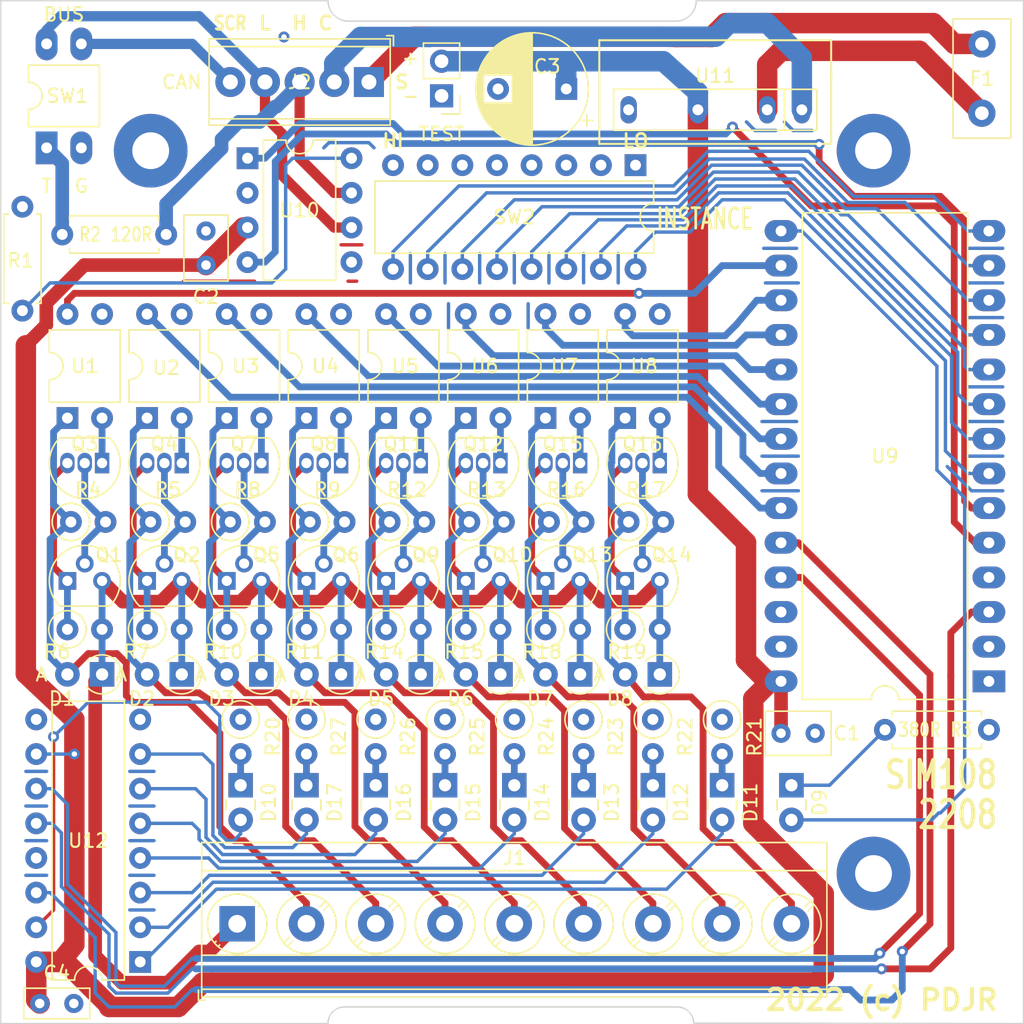
<source format=kicad_pcb>
(kicad_pcb (version 20171130) (host pcbnew 5.1.10-88a1d61d58~90~ubuntu20.04.1)
  (title_block (title "SIM108 Switch Input Module") (date 2020-09-16) (rev 1.0) (company "PDJR <preeve@pdjr.eu>"))
  (layers (0 F.Cu mixed hide) (31 B.Cu mixed hide) (35 F.Paste user hide) (37 F.SilkS user) (38 B.Mask user) (39 F.Mask user) (44 Edge.Cuts user))
  (net 0 "")
  (net 1 GND)
  (net 2 "Net-(F1-Pad2)")
  (net 3 +5V)
  (net 4 /CAN_TX)
  (net 5 /CAN_RX)
  (net 6 /LED_PWR)
  (net 7 /CAN_SCR)
  (net 8 /CAN_L)
  (net 9 /CAN_H)
  (net 10 /NET_C)
  (net 11 /ADDR_7)
  (net 12 /ADDR_6)
  (net 13 /ADDR_5)
  (net 14 /ADDR_4)
  (net 15 /ADDR_3)
  (net 16 /ADDR_2)
  (net 17 /ADDR_1)
  (net 18 /ADDR_0)
  (net 19 /NET_S)
  (net 20 /TERM_A)
  (net 21 "Net-(R1-Pad2)")
  (net 22 "Net-(U9-Pad26)")
  (net 23 "Net-(U10-Pad5)")
  (net 24 "Net-(D10-Pad2)")
  (net 25 "Net-(D11-Pad2)")
  (net 26 "Net-(D12-Pad2)")
  (net 27 "Net-(D13-Pad2)")
  (net 28 "Net-(D14-Pad2)")
  (net 29 "Net-(D15-Pad2)")
  (net 30 "Net-(D16-Pad2)")
  (net 31 "Net-(D17-Pad2)")
  (net 32 "Net-(D10-Pad1)")
  (net 33 "Net-(D11-Pad1)")
  (net 34 "Net-(D12-Pad1)")
  (net 35 "Net-(D13-Pad1)")
  (net 36 "Net-(D14-Pad1)")
  (net 37 "Net-(D15-Pad1)")
  (net 38 "Net-(D16-Pad1)")
  (net 39 "Net-(D17-Pad1)")
  (net 40 "Net-(U12-Pad9)")
  (net 41 "Net-(D9-Pad1)")
  (net 42 "Net-(Q1-Pad1)")
  (net 43 "Net-(Q1-Pad2)")
  (net 44 "Net-(Q2-Pad1)")
  (net 45 "Net-(Q2-Pad2)")
  (net 46 "Net-(Q3-Pad1)")
  (net 47 "Net-(Q4-Pad1)")
  (net 48 "Net-(Q5-Pad1)")
  (net 49 "Net-(Q5-Pad2)")
  (net 50 "Net-(Q6-Pad1)")
  (net 51 "Net-(Q6-Pad2)")
  (net 52 "Net-(Q7-Pad1)")
  (net 53 "Net-(Q8-Pad1)")
  (net 54 "Net-(Q11-Pad3)")
  (net 55 "Net-(Q11-Pad2)")
  (net 56 "Net-(Q10-Pad1)")
  (net 57 "Net-(Q10-Pad2)")
  (net 58 "Net-(Q11-Pad1)")
  (net 59 "Net-(Q12-Pad1)")
  (net 60 "Net-(Q13-Pad1)")
  (net 61 "Net-(Q13-Pad2)")
  (net 62 "Net-(Q14-Pad1)")
  (net 63 "Net-(Q14-Pad2)")
  (net 64 "Net-(Q15-Pad1)")
  (net 65 "Net-(Q16-Pad1)")
  (net 66 /SPST_CH0)
  (net 67 /SPST_GND)
  (net 68 /SPST_CH1)
  (net 69 /SPST_CH2)
  (net 70 /SPST_CH3)
  (net 71 /SPST_CH4)
  (net 72 /SPST_CH5)
  (net 73 /SPST_CH6)
  (net 74 /SPST_CH7)
  (net 75 /CH0)
  (net 76 /CH1)
  (net 77 /CH2)
  (net 78 /CH3)
  (net 79 /CH4)
  (net 80 /CH5)
  (net 81 /CH6)
  (net 82 /CH7)
  (net 83 "Net-(U9-Pad4)")
  (net 84 "Net-(U9-Pad2)")
  (net 85 /LATCH)
  (net 86 /CLOCK)
  (net 87 /DATA)
  (module Capacitor_THT:C_Rect_L4.6mm_W2.0mm_P2.50mm_MKS02_FKP02 (layer F.Cu) (at 138.862 160.528)
    (fp_text reference C4 (at 1.25 -2.25) (layer F.SilkS))
    (fp_text value 100nF)
    (pad 2 thru_hole circle (at 2.5 0) (size 1.4 1.4) (drill 0.7) (layers *.Cu *.Mask) (net 1 GND))
    (pad 1 thru_hole circle (at 0 0) (size 1.4 1.4) (drill 0.7) (layers *.Cu *.Mask) (net 3 +5V))
  )
  (module Resistor_THT:R_Axial_DIN0207_L6.3mm_D2.5mm_P7.62mm_Horizontal (layer F.Cu) (at 137.592 102.108 270)
    (fp_text reference R1 (at 3.937 0.127 180) (layer F.SilkS))
    (fp_text value 4K7)
    (pad 2 thru_hole oval (at 7.62 0 270) (size 1.6 1.6) (drill 0.8) (layers *.Cu *.Mask) (net 21 "Net-(R1-Pad2)"))
    (pad 1 thru_hole circle (at 0 0 270) (size 1.6 1.6) (drill 0.8) (layers *.Cu *.Mask) (net 1 GND))
  )
  (module Diode_THT:D_A-405_P2.54mm_Vertical_AnodeUp (layer F.Cu) (at 172.644 136.398 180)
    (fp_text reference D6 (at 2.921 -1.778) (layer F.SilkS))
    (fp_text value DIODE)
    (fp_text user A (at 4.44 0) (layer F.SilkS))
    (pad 2 thru_hole oval (at 2.54 0 180) (size 1.8 1.8) (drill 0.9) (layers *.Cu *.Mask) (net 72 /SPST_CH5))
    (pad 1 thru_hole rect (at 0 0 180) (size 1.8 1.8) (drill 0.9) (layers *.Cu *.Mask) (net 67 /SPST_GND))
  )
  (module Package_DIP:DIP-16_W7.62mm (layer F.Cu) (at 146.228 157.48 180)
    (fp_text reference U12 (at 3.81 8.89) (layer F.SilkS))
    (fp_text value 74HC595)
    (pad 16 thru_hole oval (at 7.62 0 180) (size 1.6 1.6) (drill 0.8) (layers *.Cu *.Mask) (net 3 +5V))
    (pad 8 thru_hole oval (at 0 17.78 180) (size 1.6 1.6) (drill 0.8) (layers *.Cu *.Mask) (net 1 GND))
    (pad 15 thru_hole oval (at 7.62 2.54 180) (size 1.6 1.6) (drill 0.8) (layers *.Cu *.Mask) (net 24 "Net-(D10-Pad2)"))
    (pad 7 thru_hole oval (at 0 15.24 180) (size 1.6 1.6) (drill 0.8) (layers *.Cu *.Mask) (net 31 "Net-(D17-Pad2)"))
    (pad 14 thru_hole oval (at 7.62 5.08 180) (size 1.6 1.6) (drill 0.8) (layers *.Cu *.Mask) (net 87 /DATA))
    (pad 6 thru_hole oval (at 0 12.7 180) (size 1.6 1.6) (drill 0.8) (layers *.Cu *.Mask) (net 30 "Net-(D16-Pad2)"))
    (pad 13 thru_hole oval (at 7.62 7.62 180) (size 1.6 1.6) (drill 0.8) (layers *.Cu *.Mask) (net 1 GND))
    (pad 5 thru_hole oval (at 0 10.16 180) (size 1.6 1.6) (drill 0.8) (layers *.Cu *.Mask) (net 29 "Net-(D15-Pad2)"))
    (pad 12 thru_hole oval (at 7.62 10.16 180) (size 1.6 1.6) (drill 0.8) (layers *.Cu *.Mask) (net 85 /LATCH))
    (pad 4 thru_hole oval (at 0 7.62 180) (size 1.6 1.6) (drill 0.8) (layers *.Cu *.Mask) (net 28 "Net-(D14-Pad2)"))
    (pad 11 thru_hole oval (at 7.62 12.7 180) (size 1.6 1.6) (drill 0.8) (layers *.Cu *.Mask) (net 86 /CLOCK))
    (pad 3 thru_hole oval (at 0 5.08 180) (size 1.6 1.6) (drill 0.8) (layers *.Cu *.Mask) (net 27 "Net-(D13-Pad2)"))
    (pad 10 thru_hole oval (at 7.62 15.24 180) (size 1.6 1.6) (drill 0.8) (layers *.Cu *.Mask) (net 3 +5V))
    (pad 2 thru_hole oval (at 0 2.54 180) (size 1.6 1.6) (drill 0.8) (layers *.Cu *.Mask) (net 26 "Net-(D12-Pad2)"))
    (pad 9 thru_hole oval (at 7.62 17.78 180) (size 1.6 1.6) (drill 0.8) (layers *.Cu *.Mask) (net 40 "Net-(U12-Pad9)"))
    (pad 1 thru_hole rect (at 0 0 180) (size 1.6 1.6) (drill 0.8) (layers *.Cu *.Mask) (net 25 "Net-(D11-Pad2)"))
  )
  (module Resistor_THT:R_Axial_DIN0207_L6.3mm_D2.5mm_P2.54mm_Vertical (layer F.Cu) (at 158.42 139.7 270)
    (fp_text reference R27 (at 1.27 -2.37 90) (layer F.SilkS))
    (fp_text value 470R)
    (pad 2 thru_hole oval (at 2.54 0 270) (size 1.6 1.6) (drill 0.8) (layers *.Cu *.Mask) (net 39 "Net-(D17-Pad1)"))
    (pad 1 thru_hole circle (at 0 0 270) (size 1.6 1.6) (drill 0.8) (layers *.Cu *.Mask) (net 1 GND))
  )
  (module Resistor_THT:R_Axial_DIN0207_L6.3mm_D2.5mm_P2.54mm_Vertical (layer F.Cu) (at 163.5 139.7 270)
    (fp_text reference R26 (at 1.27 -2.37 90) (layer F.SilkS))
    (fp_text value 470R)
    (pad 2 thru_hole oval (at 2.54 0 270) (size 1.6 1.6) (drill 0.8) (layers *.Cu *.Mask) (net 38 "Net-(D16-Pad1)"))
    (pad 1 thru_hole circle (at 0 0 270) (size 1.6 1.6) (drill 0.8) (layers *.Cu *.Mask) (net 1 GND))
  )
  (module Resistor_THT:R_Axial_DIN0207_L6.3mm_D2.5mm_P2.54mm_Vertical (layer F.Cu) (at 168.58 139.7 270)
    (fp_text reference R25 (at 1.27 -2.37 90) (layer F.SilkS))
    (fp_text value 470R)
    (pad 2 thru_hole oval (at 2.54 0 270) (size 1.6 1.6) (drill 0.8) (layers *.Cu *.Mask) (net 37 "Net-(D15-Pad1)"))
    (pad 1 thru_hole circle (at 0 0 270) (size 1.6 1.6) (drill 0.8) (layers *.Cu *.Mask) (net 1 GND))
  )
  (module Resistor_THT:R_Axial_DIN0207_L6.3mm_D2.5mm_P2.54mm_Vertical (layer F.Cu) (at 173.66 139.7 270)
    (fp_text reference R24 (at 1.27 -2.37 90) (layer F.SilkS))
    (fp_text value 470R)
    (pad 2 thru_hole oval (at 2.54 0 270) (size 1.6 1.6) (drill 0.8) (layers *.Cu *.Mask) (net 36 "Net-(D14-Pad1)"))
    (pad 1 thru_hole circle (at 0 0 270) (size 1.6 1.6) (drill 0.8) (layers *.Cu *.Mask) (net 1 GND))
  )
  (module Resistor_THT:R_Axial_DIN0207_L6.3mm_D2.5mm_P2.54mm_Vertical (layer F.Cu) (at 178.74 139.7 270)
    (fp_text reference R23 (at 1.27 -2.37 90) (layer F.SilkS))
    (fp_text value 470R)
    (pad 2 thru_hole oval (at 2.54 0 270) (size 1.6 1.6) (drill 0.8) (layers *.Cu *.Mask) (net 35 "Net-(D13-Pad1)"))
    (pad 1 thru_hole circle (at 0 0 270) (size 1.6 1.6) (drill 0.8) (layers *.Cu *.Mask) (net 1 GND))
  )
  (module Resistor_THT:R_Axial_DIN0207_L6.3mm_D2.5mm_P2.54mm_Vertical (layer F.Cu) (at 183.82 139.7 270)
    (fp_text reference R22 (at 1.27 -2.37 90) (layer F.SilkS))
    (fp_text value 470R)
    (pad 2 thru_hole oval (at 2.54 0 270) (size 1.6 1.6) (drill 0.8) (layers *.Cu *.Mask) (net 34 "Net-(D12-Pad1)"))
    (pad 1 thru_hole circle (at 0 0 270) (size 1.6 1.6) (drill 0.8) (layers *.Cu *.Mask) (net 1 GND))
  )
  (module Resistor_THT:R_Axial_DIN0207_L6.3mm_D2.5mm_P2.54mm_Vertical (layer F.Cu) (at 188.9 139.7 270)
    (fp_text reference R21 (at 1.27 -2.37 90) (layer F.SilkS))
    (fp_text value 470R)
    (pad 2 thru_hole oval (at 2.54 0 270) (size 1.6 1.6) (drill 0.8) (layers *.Cu *.Mask) (net 33 "Net-(D11-Pad1)"))
    (pad 1 thru_hole circle (at 0 0 270) (size 1.6 1.6) (drill 0.8) (layers *.Cu *.Mask) (net 1 GND))
  )
  (module Resistor_THT:R_Axial_DIN0207_L6.3mm_D2.5mm_P2.54mm_Vertical (layer F.Cu) (at 153.594 139.7 270)
    (fp_text reference R20 (at 1.27 -2.37 90) (layer F.SilkS))
    (fp_text value 470R)
    (pad 2 thru_hole oval (at 2.54 0 270) (size 1.6 1.6) (drill 0.8) (layers *.Cu *.Mask) (net 32 "Net-(D10-Pad1)"))
    (pad 1 thru_hole circle (at 0 0 270) (size 1.6 1.6) (drill 0.8) (layers *.Cu *.Mask) (net 1 GND))
  )
  (module TerminalBlock_Phoenix:TerminalBlock_Phoenix_MKDS-3-9-5.08_1x09_P5.08mm_Horizontal (layer F.Cu) (at 153.34 154.686)
    (fp_text reference J1 (at 20.32 -4.826) (layer F.SilkS))
    (fp_text value Screw_Terminal_01x09)
    (pad 9 thru_hole circle (at 40.64 0) (size 2.6 2.6) (drill 1.3) (layers *.Cu *.Mask) (net 74 /SPST_CH7))
    (pad 8 thru_hole circle (at 35.56 0) (size 2.6 2.6) (drill 1.3) (layers *.Cu *.Mask) (net 73 /SPST_CH6))
    (pad 7 thru_hole circle (at 30.48 0) (size 2.6 2.6) (drill 1.3) (layers *.Cu *.Mask) (net 72 /SPST_CH5))
    (pad 6 thru_hole circle (at 25.4 0) (size 2.6 2.6) (drill 1.3) (layers *.Cu *.Mask) (net 71 /SPST_CH4))
    (pad 5 thru_hole circle (at 20.32 0) (size 2.6 2.6) (drill 1.3) (layers *.Cu *.Mask) (net 70 /SPST_CH3))
    (pad 4 thru_hole circle (at 15.24 0) (size 2.6 2.6) (drill 1.3) (layers *.Cu *.Mask) (net 69 /SPST_CH2))
    (pad 3 thru_hole circle (at 10.16 0) (size 2.6 2.6) (drill 1.3) (layers *.Cu *.Mask) (net 68 /SPST_CH1))
    (pad 2 thru_hole circle (at 5.08 0) (size 2.6 2.6) (drill 1.3) (layers *.Cu *.Mask) (net 66 /SPST_CH0))
    (pad 1 thru_hole rect (at 0 0) (size 2.6 2.6) (drill 1.3) (layers *.Cu *.Mask) (net 67 /SPST_GND))
  )
  (module LED_THT:LED_Rectangular_W3.0mm_H2.0mm (layer F.Cu) (at 158.42 144.526 270)
    (fp_text reference D17 (at 1.27 -2.06 90) (layer F.SilkS))
    (fp_text value LED_Small)
    (pad 2 thru_hole circle (at 2.54 0 270) (size 1.8 1.8) (drill 0.9) (layers *.Cu *.Mask) (net 31 "Net-(D17-Pad2)"))
    (pad 1 thru_hole rect (at 0 0 270) (size 1.8 1.8) (drill 0.9) (layers *.Cu *.Mask) (net 39 "Net-(D17-Pad1)"))
  )
  (module LED_THT:LED_Rectangular_W3.0mm_H2.0mm (layer F.Cu) (at 163.5 144.526 270)
    (fp_text reference D16 (at 1.27 -2.06 90) (layer F.SilkS))
    (fp_text value LED_Small)
    (pad 2 thru_hole circle (at 2.54 0 270) (size 1.8 1.8) (drill 0.9) (layers *.Cu *.Mask) (net 30 "Net-(D16-Pad2)"))
    (pad 1 thru_hole rect (at 0 0 270) (size 1.8 1.8) (drill 0.9) (layers *.Cu *.Mask) (net 38 "Net-(D16-Pad1)"))
  )
  (module LED_THT:LED_Rectangular_W3.0mm_H2.0mm (layer F.Cu) (at 168.58 144.526 270)
    (fp_text reference D15 (at 1.27 -2.06 90) (layer F.SilkS))
    (fp_text value LED_Small)
    (pad 2 thru_hole circle (at 2.54 0 270) (size 1.8 1.8) (drill 0.9) (layers *.Cu *.Mask) (net 29 "Net-(D15-Pad2)"))
    (pad 1 thru_hole rect (at 0 0 270) (size 1.8 1.8) (drill 0.9) (layers *.Cu *.Mask) (net 37 "Net-(D15-Pad1)"))
  )
  (module LED_THT:LED_Rectangular_W3.0mm_H2.0mm (layer F.Cu) (at 173.66 144.526 270)
    (fp_text reference D14 (at 1.27 -2.06 90) (layer F.SilkS))
    (fp_text value LED_Small)
    (pad 2 thru_hole circle (at 2.54 0 270) (size 1.8 1.8) (drill 0.9) (layers *.Cu *.Mask) (net 28 "Net-(D14-Pad2)"))
    (pad 1 thru_hole rect (at 0 0 270) (size 1.8 1.8) (drill 0.9) (layers *.Cu *.Mask) (net 36 "Net-(D14-Pad1)"))
  )
  (module LED_THT:LED_Rectangular_W3.0mm_H2.0mm (layer F.Cu) (at 178.74 144.526 270)
    (fp_text reference D13 (at 1.27 -2.06 90) (layer F.SilkS))
    (fp_text value LED_Small)
    (pad 2 thru_hole circle (at 2.54 0 270) (size 1.8 1.8) (drill 0.9) (layers *.Cu *.Mask) (net 27 "Net-(D13-Pad2)"))
    (pad 1 thru_hole rect (at 0 0 270) (size 1.8 1.8) (drill 0.9) (layers *.Cu *.Mask) (net 35 "Net-(D13-Pad1)"))
  )
  (module LED_THT:LED_Rectangular_W3.0mm_H2.0mm (layer F.Cu) (at 183.82 144.526 270)
    (fp_text reference D12 (at 1.27 -2.06 90) (layer F.SilkS))
    (fp_text value LED_Small)
    (pad 2 thru_hole circle (at 2.54 0 270) (size 1.8 1.8) (drill 0.9) (layers *.Cu *.Mask) (net 26 "Net-(D12-Pad2)"))
    (pad 1 thru_hole rect (at 0 0 270) (size 1.8 1.8) (drill 0.9) (layers *.Cu *.Mask) (net 34 "Net-(D12-Pad1)"))
  )
  (module LED_THT:LED_Rectangular_W3.0mm_H2.0mm (layer F.Cu) (at 188.9 144.526 270)
    (fp_text reference D11 (at 1.27 -2.06 90) (layer F.SilkS))
    (fp_text value LED_Small)
    (pad 2 thru_hole circle (at 2.54 0 270) (size 1.8 1.8) (drill 0.9) (layers *.Cu *.Mask) (net 25 "Net-(D11-Pad2)"))
    (pad 1 thru_hole rect (at 0 0 270) (size 1.8 1.8) (drill 0.9) (layers *.Cu *.Mask) (net 33 "Net-(D11-Pad1)"))
  )
  (module LED_THT:LED_Rectangular_W3.0mm_H2.0mm (layer F.Cu) (at 153.594 144.526 270)
    (fp_text reference D10 (at 1.27 -2.06 90) (layer F.SilkS))
    (fp_text value LED_Small)
    (pad 2 thru_hole circle (at 2.54 0 270) (size 1.8 1.8) (drill 0.9) (layers *.Cu *.Mask) (net 24 "Net-(D10-Pad2)"))
    (pad 1 thru_hole rect (at 0 0 270) (size 1.8 1.8) (drill 0.9) (layers *.Cu *.Mask) (net 32 "Net-(D10-Pad1)"))
  )
  (module Package_DIP:DIP-4_W7.62mm (layer F.Cu) (at 181.788 117.602 90)
    (fp_text reference U8 (at 3.81 1.397 180) (layer F.SilkS))
    (fp_text value SFH617A-1)
    (pad 4 thru_hole oval (at 7.62 0 90) (size 1.6 1.6) (drill 0.8) (layers *.Cu *.Mask) (net 82 /CH7))
    (pad 2 thru_hole oval (at 0 2.54 90) (size 1.6 1.6) (drill 0.8) (layers *.Cu *.Mask) (net 65 "Net-(Q16-Pad1)"))
    (pad 3 thru_hole oval (at 7.62 2.54 90) (size 1.6 1.6) (drill 0.8) (layers *.Cu *.Mask) (net 1 GND))
    (pad 1 thru_hole rect (at 0 0 90) (size 1.6 1.6) (drill 0.8) (layers *.Cu *.Mask) (net 74 /SPST_CH7))
  )
  (module Package_DIP:DIP-4_W7.62mm (layer F.Cu) (at 175.946 117.602 90)
    (fp_text reference U7 (at 3.81 1.397 180) (layer F.SilkS))
    (fp_text value SFH617A-1)
    (pad 4 thru_hole oval (at 7.62 0 90) (size 1.6 1.6) (drill 0.8) (layers *.Cu *.Mask) (net 81 /CH6))
    (pad 2 thru_hole oval (at 0 2.54 90) (size 1.6 1.6) (drill 0.8) (layers *.Cu *.Mask) (net 64 "Net-(Q15-Pad1)"))
    (pad 3 thru_hole oval (at 7.62 2.54 90) (size 1.6 1.6) (drill 0.8) (layers *.Cu *.Mask) (net 1 GND))
    (pad 1 thru_hole rect (at 0 0 90) (size 1.6 1.6) (drill 0.8) (layers *.Cu *.Mask) (net 73 /SPST_CH6))
  )
  (module Package_DIP:DIP-4_W7.62mm (layer F.Cu) (at 170.104 117.602 90)
    (fp_text reference U6 (at 3.81 1.397 180) (layer F.SilkS))
    (fp_text value SFH617A-1)
    (pad 4 thru_hole oval (at 7.62 0 90) (size 1.6 1.6) (drill 0.8) (layers *.Cu *.Mask) (net 80 /CH5))
    (pad 2 thru_hole oval (at 0 2.54 90) (size 1.6 1.6) (drill 0.8) (layers *.Cu *.Mask) (net 59 "Net-(Q12-Pad1)"))
    (pad 3 thru_hole oval (at 7.62 2.54 90) (size 1.6 1.6) (drill 0.8) (layers *.Cu *.Mask) (net 1 GND))
    (pad 1 thru_hole rect (at 0 0 90) (size 1.6 1.6) (drill 0.8) (layers *.Cu *.Mask) (net 72 /SPST_CH5))
  )
  (module Package_DIP:DIP-4_W7.62mm (layer F.Cu) (at 164.262 117.602 90)
    (fp_text reference U5 (at 3.81 1.397 180) (layer F.SilkS))
    (fp_text value SFH617A-1)
    (pad 4 thru_hole oval (at 7.62 0 90) (size 1.6 1.6) (drill 0.8) (layers *.Cu *.Mask) (net 79 /CH4))
    (pad 2 thru_hole oval (at 0 2.54 90) (size 1.6 1.6) (drill 0.8) (layers *.Cu *.Mask) (net 58 "Net-(Q11-Pad1)"))
    (pad 3 thru_hole oval (at 7.62 2.54 90) (size 1.6 1.6) (drill 0.8) (layers *.Cu *.Mask) (net 1 GND))
    (pad 1 thru_hole rect (at 0 0 90) (size 1.6 1.6) (drill 0.8) (layers *.Cu *.Mask) (net 71 /SPST_CH4))
  )
  (module Package_DIP:DIP-4_W7.62mm (layer F.Cu) (at 158.42 117.602 90)
    (fp_text reference U4 (at 3.81 1.397 180) (layer F.SilkS))
    (fp_text value SFH617A-1)
    (pad 4 thru_hole oval (at 7.62 0 90) (size 1.6 1.6) (drill 0.8) (layers *.Cu *.Mask) (net 78 /CH3))
    (pad 2 thru_hole oval (at 0 2.54 90) (size 1.6 1.6) (drill 0.8) (layers *.Cu *.Mask) (net 53 "Net-(Q8-Pad1)"))
    (pad 3 thru_hole oval (at 7.62 2.54 90) (size 1.6 1.6) (drill 0.8) (layers *.Cu *.Mask) (net 1 GND))
    (pad 1 thru_hole rect (at 0 0 90) (size 1.6 1.6) (drill 0.8) (layers *.Cu *.Mask) (net 70 /SPST_CH3))
  )
  (module Package_DIP:DIP-4_W7.62mm (layer F.Cu) (at 152.578 117.602 90)
    (fp_text reference U3 (at 3.81 1.397 180) (layer F.SilkS))
    (fp_text value SFH617A-1)
    (pad 4 thru_hole oval (at 7.62 0 90) (size 1.6 1.6) (drill 0.8) (layers *.Cu *.Mask) (net 77 /CH2))
    (pad 2 thru_hole oval (at 0 2.54 90) (size 1.6 1.6) (drill 0.8) (layers *.Cu *.Mask) (net 52 "Net-(Q7-Pad1)"))
    (pad 3 thru_hole oval (at 7.62 2.54 90) (size 1.6 1.6) (drill 0.8) (layers *.Cu *.Mask) (net 1 GND))
    (pad 1 thru_hole rect (at 0 0 90) (size 1.6 1.6) (drill 0.8) (layers *.Cu *.Mask) (net 69 /SPST_CH2))
  )
  (module Package_DIP:DIP-4_W7.62mm (layer F.Cu) (at 146.736 117.602 90)
    (fp_text reference U2 (at 3.683 1.397 180) (layer F.SilkS))
    (fp_text value SFH617A-1)
    (pad 4 thru_hole oval (at 7.62 0 90) (size 1.6 1.6) (drill 0.8) (layers *.Cu *.Mask) (net 76 /CH1))
    (pad 2 thru_hole oval (at 0 2.54 90) (size 1.6 1.6) (drill 0.8) (layers *.Cu *.Mask) (net 47 "Net-(Q4-Pad1)"))
    (pad 3 thru_hole oval (at 7.62 2.54 90) (size 1.6 1.6) (drill 0.8) (layers *.Cu *.Mask) (net 1 GND))
    (pad 1 thru_hole rect (at 0 0 90) (size 1.6 1.6) (drill 0.8) (layers *.Cu *.Mask) (net 68 /SPST_CH1))
  )
  (module Package_DIP:DIP-4_W7.62mm (layer F.Cu) (at 140.894 117.602 90)
    (fp_text reference U1 (at 3.81 1.27 180) (layer F.SilkS))
    (fp_text value SFH617A-1)
    (pad 4 thru_hole oval (at 7.62 0 90) (size 1.6 1.6) (drill 0.8) (layers *.Cu *.Mask) (net 75 /CH0))
    (pad 2 thru_hole oval (at 0 2.54 90) (size 1.6 1.6) (drill 0.8) (layers *.Cu *.Mask) (net 46 "Net-(Q3-Pad1)"))
    (pad 3 thru_hole oval (at 7.62 2.54 90) (size 1.6 1.6) (drill 0.8) (layers *.Cu *.Mask) (net 1 GND))
    (pad 1 thru_hole rect (at 0 0 90) (size 1.6 1.6) (drill 0.8) (layers *.Cu *.Mask) (net 66 /SPST_CH0))
  )
  (module Resistor_THT:R_Axial_DIN0207_L6.3mm_D2.5mm_P2.54mm_Vertical (layer F.Cu) (at 181.788 133.096)
    (fp_text reference R19 (at 0.127 1.651) (layer F.SilkS))
    (fp_text value 100R)
    (pad 2 thru_hole oval (at 2.54 0) (size 1.6 1.6) (drill 0.8) (layers *.Cu *.Mask) (net 67 /SPST_GND))
    (pad 1 thru_hole circle (at 0 0) (size 1.6 1.6) (drill 0.8) (layers *.Cu *.Mask) (net 62 "Net-(Q14-Pad1)"))
  )
  (module Resistor_THT:R_Axial_DIN0207_L6.3mm_D2.5mm_P2.54mm_Vertical (layer F.Cu) (at 175.946 133.096)
    (fp_text reference R18 (at -0.254 1.651) (layer F.SilkS))
    (fp_text value 100R)
    (pad 2 thru_hole oval (at 2.54 0) (size 1.6 1.6) (drill 0.8) (layers *.Cu *.Mask) (net 67 /SPST_GND))
    (pad 1 thru_hole circle (at 0 0) (size 1.6 1.6) (drill 0.8) (layers *.Cu *.Mask) (net 60 "Net-(Q13-Pad1)"))
  )
  (module Resistor_THT:R_Axial_DIN0207_L6.3mm_D2.5mm_P2.54mm_Vertical (layer F.Cu) (at 182.042 125.222)
    (fp_text reference R17 (at 1.27 -2.37) (layer F.SilkS))
    (fp_text value "10K 0.5W")
    (pad 2 thru_hole oval (at 2.54 0) (size 1.6 1.6) (drill 0.8) (layers *.Cu *.Mask) (net 63 "Net-(Q14-Pad2)"))
    (pad 1 thru_hole circle (at 0 0) (size 1.6 1.6) (drill 0.8) (layers *.Cu *.Mask) (net 74 /SPST_CH7))
  )
  (module Resistor_THT:R_Axial_DIN0207_L6.3mm_D2.5mm_P2.54mm_Vertical (layer F.Cu) (at 176.2 125.222)
    (fp_text reference R16 (at 1.27 -2.37) (layer F.SilkS))
    (fp_text value "10K 0.5W")
    (pad 2 thru_hole oval (at 2.54 0) (size 1.6 1.6) (drill 0.8) (layers *.Cu *.Mask) (net 61 "Net-(Q13-Pad2)"))
    (pad 1 thru_hole circle (at 0 0) (size 1.6 1.6) (drill 0.8) (layers *.Cu *.Mask) (net 73 /SPST_CH6))
  )
  (module Resistor_THT:R_Axial_DIN0207_L6.3mm_D2.5mm_P2.54mm_Vertical (layer F.Cu) (at 170.104 133.096)
    (fp_text reference R15 (at -0.127 1.651) (layer F.SilkS))
    (fp_text value 100R)
    (pad 2 thru_hole oval (at 2.54 0) (size 1.6 1.6) (drill 0.8) (layers *.Cu *.Mask) (net 67 /SPST_GND))
    (pad 1 thru_hole circle (at 0 0) (size 1.6 1.6) (drill 0.8) (layers *.Cu *.Mask) (net 56 "Net-(Q10-Pad1)"))
  )
  (module Resistor_THT:R_Axial_DIN0207_L6.3mm_D2.5mm_P2.54mm_Vertical (layer F.Cu) (at 164.262 133.096)
    (fp_text reference R14 (at -0.127 1.651) (layer F.SilkS))
    (fp_text value 100R)
    (pad 2 thru_hole oval (at 2.54 0) (size 1.6 1.6) (drill 0.8) (layers *.Cu *.Mask) (net 67 /SPST_GND))
    (pad 1 thru_hole circle (at 0 0) (size 1.6 1.6) (drill 0.8) (layers *.Cu *.Mask) (net 54 "Net-(Q11-Pad3)"))
  )
  (module Resistor_THT:R_Axial_DIN0207_L6.3mm_D2.5mm_P2.54mm_Vertical (layer F.Cu) (at 170.358 125.222)
    (fp_text reference R13 (at 1.27 -2.37) (layer F.SilkS))
    (fp_text value "10K 0.5W")
    (pad 2 thru_hole oval (at 2.54 0) (size 1.6 1.6) (drill 0.8) (layers *.Cu *.Mask) (net 57 "Net-(Q10-Pad2)"))
    (pad 1 thru_hole circle (at 0 0) (size 1.6 1.6) (drill 0.8) (layers *.Cu *.Mask) (net 72 /SPST_CH5))
  )
  (module Resistor_THT:R_Axial_DIN0207_L6.3mm_D2.5mm_P2.54mm_Vertical (layer F.Cu) (at 164.516 125.222)
    (fp_text reference R12 (at 1.27 -2.37) (layer F.SilkS))
    (fp_text value "10K 0.5W")
    (pad 2 thru_hole oval (at 2.54 0) (size 1.6 1.6) (drill 0.8) (layers *.Cu *.Mask) (net 55 "Net-(Q11-Pad2)"))
    (pad 1 thru_hole circle (at 0 0) (size 1.6 1.6) (drill 0.8) (layers *.Cu *.Mask) (net 71 /SPST_CH4))
  )
  (module Resistor_THT:R_Axial_DIN0207_L6.3mm_D2.5mm_P2.54mm_Vertical (layer F.Cu) (at 158.42 133.096)
    (fp_text reference R11 (at -0.127 1.651) (layer F.SilkS))
    (fp_text value 100R)
    (pad 2 thru_hole oval (at 2.54 0) (size 1.6 1.6) (drill 0.8) (layers *.Cu *.Mask) (net 67 /SPST_GND))
    (pad 1 thru_hole circle (at 0 0) (size 1.6 1.6) (drill 0.8) (layers *.Cu *.Mask) (net 50 "Net-(Q6-Pad1)"))
  )
  (module Resistor_THT:R_Axial_DIN0207_L6.3mm_D2.5mm_P2.54mm_Vertical (layer F.Cu) (at 152.578 133.096)
    (fp_text reference R10 (at -0.254 1.651) (layer F.SilkS))
    (fp_text value 100R)
    (pad 2 thru_hole oval (at 2.54 0) (size 1.6 1.6) (drill 0.8) (layers *.Cu *.Mask) (net 67 /SPST_GND))
    (pad 1 thru_hole circle (at 0 0) (size 1.6 1.6) (drill 0.8) (layers *.Cu *.Mask) (net 48 "Net-(Q5-Pad1)"))
  )
  (module Resistor_THT:R_Axial_DIN0207_L6.3mm_D2.5mm_P2.54mm_Vertical (layer F.Cu) (at 158.674 125.222)
    (fp_text reference R9 (at 1.27 -2.37) (layer F.SilkS))
    (fp_text value "10K 0.5W")
    (pad 2 thru_hole oval (at 2.54 0) (size 1.6 1.6) (drill 0.8) (layers *.Cu *.Mask) (net 51 "Net-(Q6-Pad2)"))
    (pad 1 thru_hole circle (at 0 0) (size 1.6 1.6) (drill 0.8) (layers *.Cu *.Mask) (net 70 /SPST_CH3))
  )
  (module Resistor_THT:R_Axial_DIN0207_L6.3mm_D2.5mm_P2.54mm_Vertical (layer F.Cu) (at 152.832 125.222)
    (fp_text reference R8 (at 1.27 -2.37) (layer F.SilkS))
    (fp_text value "10K 0.5W")
    (pad 2 thru_hole oval (at 2.54 0) (size 1.6 1.6) (drill 0.8) (layers *.Cu *.Mask) (net 49 "Net-(Q5-Pad2)"))
    (pad 1 thru_hole circle (at 0 0) (size 1.6 1.6) (drill 0.8) (layers *.Cu *.Mask) (net 69 /SPST_CH2))
  )
  (module Resistor_THT:R_Axial_DIN0207_L6.3mm_D2.5mm_P2.54mm_Vertical (layer F.Cu) (at 146.736 133.096)
    (fp_text reference R7 (at -0.762 1.651) (layer F.SilkS))
    (fp_text value 100R)
    (pad 2 thru_hole oval (at 2.54 0) (size 1.6 1.6) (drill 0.8) (layers *.Cu *.Mask) (net 67 /SPST_GND))
    (pad 1 thru_hole circle (at 0 0) (size 1.6 1.6) (drill 0.8) (layers *.Cu *.Mask) (net 44 "Net-(Q2-Pad1)"))
  )
  (module Resistor_THT:R_Axial_DIN0207_L6.3mm_D2.5mm_P2.54mm_Vertical (layer F.Cu) (at 140.894 133.096)
    (fp_text reference R6 (at -0.762 1.651) (layer F.SilkS))
    (fp_text value 100R)
    (pad 2 thru_hole oval (at 2.54 0) (size 1.6 1.6) (drill 0.8) (layers *.Cu *.Mask) (net 67 /SPST_GND))
    (pad 1 thru_hole circle (at 0 0) (size 1.6 1.6) (drill 0.8) (layers *.Cu *.Mask) (net 42 "Net-(Q1-Pad1)"))
  )
  (module Resistor_THT:R_Axial_DIN0207_L6.3mm_D2.5mm_P2.54mm_Vertical (layer F.Cu) (at 146.99 125.222)
    (fp_text reference R5 (at 1.27 -2.37) (layer F.SilkS))
    (fp_text value "10K 0.5W")
    (pad 2 thru_hole oval (at 2.54 0) (size 1.6 1.6) (drill 0.8) (layers *.Cu *.Mask) (net 45 "Net-(Q2-Pad2)"))
    (pad 1 thru_hole circle (at 0 0) (size 1.6 1.6) (drill 0.8) (layers *.Cu *.Mask) (net 68 /SPST_CH1))
  )
  (module Resistor_THT:R_Axial_DIN0207_L6.3mm_D2.5mm_P2.54mm_Vertical (layer F.Cu) (at 141.148 125.222)
    (fp_text reference R4 (at 1.27 -2.37) (layer F.SilkS))
    (fp_text value "10K 0.5W")
    (pad 2 thru_hole oval (at 2.54 0) (size 1.6 1.6) (drill 0.8) (layers *.Cu *.Mask) (net 43 "Net-(Q1-Pad2)"))
    (pad 1 thru_hole circle (at 0 0) (size 1.6 1.6) (drill 0.8) (layers *.Cu *.Mask) (net 66 /SPST_CH0))
  )
  (module Package_TO_SOT_THT:TO-92_Inline (layer F.Cu) (at 184.328 120.904 180)
    (fp_text reference Q16 (at 1.27 1.397) (layer F.SilkS))
    (fp_text value BC337)
    (pad 1 thru_hole rect (at 0 0 180) (size 1.05 1.5) (drill 0.75) (layers *.Cu *.Mask) (net 65 "Net-(Q16-Pad1)"))
    (pad 3 thru_hole oval (at 2.54 0 180) (size 1.05 1.5) (drill 0.75) (layers *.Cu *.Mask) (net 62 "Net-(Q14-Pad1)"))
    (pad 2 thru_hole oval (at 1.27 0 180) (size 1.05 1.5) (drill 0.75) (layers *.Cu *.Mask) (net 63 "Net-(Q14-Pad2)"))
  )
  (module Package_TO_SOT_THT:TO-92_Inline (layer F.Cu) (at 178.486 120.904 180)
    (fp_text reference Q15 (at 1.27 1.397) (layer F.SilkS))
    (fp_text value BC337)
    (pad 1 thru_hole rect (at 0 0 180) (size 1.05 1.5) (drill 0.75) (layers *.Cu *.Mask) (net 64 "Net-(Q15-Pad1)"))
    (pad 3 thru_hole oval (at 2.54 0 180) (size 1.05 1.5) (drill 0.75) (layers *.Cu *.Mask) (net 60 "Net-(Q13-Pad1)"))
    (pad 2 thru_hole oval (at 1.27 0 180) (size 1.05 1.5) (drill 0.75) (layers *.Cu *.Mask) (net 61 "Net-(Q13-Pad2)"))
  )
  (module Package_TO_SOT_THT:TO-92 (layer F.Cu) (at 181.788 129.54)
    (fp_text reference Q14 (at 3.429 -1.905) (layer F.SilkS))
    (fp_text value Q_NPN_BCE)
    (pad 1 thru_hole rect (at 0 0) (size 1.3 1.3) (drill 0.75) (layers *.Cu *.Mask) (net 62 "Net-(Q14-Pad1)"))
    (pad 3 thru_hole circle (at 2.54 0) (size 1.3 1.3) (drill 0.75) (layers *.Cu *.Mask) (net 67 /SPST_GND))
    (pad 2 thru_hole circle (at 1.27 -1.27) (size 1.3 1.3) (drill 0.75) (layers *.Cu *.Mask) (net 63 "Net-(Q14-Pad2)"))
  )
  (module Package_TO_SOT_THT:TO-92 (layer F.Cu) (at 175.946 129.54)
    (fp_text reference Q13 (at 3.429 -1.905) (layer F.SilkS))
    (fp_text value Q_NPN_BCE)
    (pad 1 thru_hole rect (at 0 0) (size 1.3 1.3) (drill 0.75) (layers *.Cu *.Mask) (net 60 "Net-(Q13-Pad1)"))
    (pad 3 thru_hole circle (at 2.54 0) (size 1.3 1.3) (drill 0.75) (layers *.Cu *.Mask) (net 67 /SPST_GND))
    (pad 2 thru_hole circle (at 1.27 -1.27) (size 1.3 1.3) (drill 0.75) (layers *.Cu *.Mask) (net 61 "Net-(Q13-Pad2)"))
  )
  (module Package_TO_SOT_THT:TO-92_Inline (layer F.Cu) (at 172.644 120.904 180)
    (fp_text reference Q12 (at 1.27 1.397) (layer F.SilkS))
    (fp_text value BC337)
    (pad 1 thru_hole rect (at 0 0 180) (size 1.05 1.5) (drill 0.75) (layers *.Cu *.Mask) (net 59 "Net-(Q12-Pad1)"))
    (pad 3 thru_hole oval (at 2.54 0 180) (size 1.05 1.5) (drill 0.75) (layers *.Cu *.Mask) (net 56 "Net-(Q10-Pad1)"))
    (pad 2 thru_hole oval (at 1.27 0 180) (size 1.05 1.5) (drill 0.75) (layers *.Cu *.Mask) (net 57 "Net-(Q10-Pad2)"))
  )
  (module Package_TO_SOT_THT:TO-92_Inline (layer F.Cu) (at 166.802 120.904 180)
    (fp_text reference Q11 (at 1.27 1.397) (layer F.SilkS))
    (fp_text value BC337)
    (pad 1 thru_hole rect (at 0 0 180) (size 1.05 1.5) (drill 0.75) (layers *.Cu *.Mask) (net 58 "Net-(Q11-Pad1)"))
    (pad 3 thru_hole oval (at 2.54 0 180) (size 1.05 1.5) (drill 0.75) (layers *.Cu *.Mask) (net 54 "Net-(Q11-Pad3)"))
    (pad 2 thru_hole oval (at 1.27 0 180) (size 1.05 1.5) (drill 0.75) (layers *.Cu *.Mask) (net 55 "Net-(Q11-Pad2)"))
  )
  (module Package_TO_SOT_THT:TO-92 (layer F.Cu) (at 170.104 129.54)
    (fp_text reference Q10 (at 3.429 -1.905) (layer F.SilkS))
    (fp_text value Q_NPN_BCE)
    (pad 1 thru_hole rect (at 0 0) (size 1.3 1.3) (drill 0.75) (layers *.Cu *.Mask) (net 56 "Net-(Q10-Pad1)"))
    (pad 3 thru_hole circle (at 2.54 0) (size 1.3 1.3) (drill 0.75) (layers *.Cu *.Mask) (net 67 /SPST_GND))
    (pad 2 thru_hole circle (at 1.27 -1.27) (size 1.3 1.3) (drill 0.75) (layers *.Cu *.Mask) (net 57 "Net-(Q10-Pad2)"))
  )
  (module Package_TO_SOT_THT:TO-92 (layer F.Cu) (at 164.262 129.54)
    (fp_text reference Q9 (at 2.921 -1.905) (layer F.SilkS))
    (fp_text value Q_NPN_BCE)
    (pad 1 thru_hole rect (at 0 0) (size 1.3 1.3) (drill 0.75) (layers *.Cu *.Mask) (net 54 "Net-(Q11-Pad3)"))
    (pad 3 thru_hole circle (at 2.54 0) (size 1.3 1.3) (drill 0.75) (layers *.Cu *.Mask) (net 67 /SPST_GND))
    (pad 2 thru_hole circle (at 1.27 -1.27) (size 1.3 1.3) (drill 0.75) (layers *.Cu *.Mask) (net 55 "Net-(Q11-Pad2)"))
  )
  (module Package_TO_SOT_THT:TO-92_Inline (layer F.Cu) (at 160.96 120.904 180)
    (fp_text reference Q8 (at 1.27 1.397) (layer F.SilkS))
    (fp_text value BC337)
    (pad 1 thru_hole rect (at 0 0 180) (size 1.05 1.5) (drill 0.75) (layers *.Cu *.Mask) (net 53 "Net-(Q8-Pad1)"))
    (pad 3 thru_hole oval (at 2.54 0 180) (size 1.05 1.5) (drill 0.75) (layers *.Cu *.Mask) (net 50 "Net-(Q6-Pad1)"))
    (pad 2 thru_hole oval (at 1.27 0 180) (size 1.05 1.5) (drill 0.75) (layers *.Cu *.Mask) (net 51 "Net-(Q6-Pad2)"))
  )
  (module Package_TO_SOT_THT:TO-92_Inline (layer F.Cu) (at 155.118 120.904 180)
    (fp_text reference Q7 (at 1.27 1.397) (layer F.SilkS))
    (fp_text value BC337)
    (pad 1 thru_hole rect (at 0 0 180) (size 1.05 1.5) (drill 0.75) (layers *.Cu *.Mask) (net 52 "Net-(Q7-Pad1)"))
    (pad 3 thru_hole oval (at 2.54 0 180) (size 1.05 1.5) (drill 0.75) (layers *.Cu *.Mask) (net 48 "Net-(Q5-Pad1)"))
    (pad 2 thru_hole oval (at 1.27 0 180) (size 1.05 1.5) (drill 0.75) (layers *.Cu *.Mask) (net 49 "Net-(Q5-Pad2)"))
  )
  (module Package_TO_SOT_THT:TO-92 (layer F.Cu) (at 158.42 129.54)
    (fp_text reference Q6 (at 2.921 -1.905) (layer F.SilkS))
    (fp_text value Q_NPN_BCE)
    (pad 1 thru_hole rect (at 0 0) (size 1.3 1.3) (drill 0.75) (layers *.Cu *.Mask) (net 50 "Net-(Q6-Pad1)"))
    (pad 3 thru_hole circle (at 2.54 0) (size 1.3 1.3) (drill 0.75) (layers *.Cu *.Mask) (net 67 /SPST_GND))
    (pad 2 thru_hole circle (at 1.27 -1.27) (size 1.3 1.3) (drill 0.75) (layers *.Cu *.Mask) (net 51 "Net-(Q6-Pad2)"))
  )
  (module Package_TO_SOT_THT:TO-92 (layer F.Cu) (at 152.578 129.54)
    (fp_text reference Q5 (at 2.921 -1.905) (layer F.SilkS))
    (fp_text value Q_NPN_BCE)
    (pad 1 thru_hole rect (at 0 0) (size 1.3 1.3) (drill 0.75) (layers *.Cu *.Mask) (net 48 "Net-(Q5-Pad1)"))
    (pad 3 thru_hole circle (at 2.54 0) (size 1.3 1.3) (drill 0.75) (layers *.Cu *.Mask) (net 67 /SPST_GND))
    (pad 2 thru_hole circle (at 1.27 -1.27) (size 1.3 1.3) (drill 0.75) (layers *.Cu *.Mask) (net 49 "Net-(Q5-Pad2)"))
  )
  (module Package_TO_SOT_THT:TO-92_Inline (layer F.Cu) (at 149.276 120.904 180)
    (fp_text reference Q4 (at 1.27 1.397) (layer F.SilkS))
    (fp_text value BC337)
    (pad 1 thru_hole rect (at 0 0 180) (size 1.05 1.5) (drill 0.75) (layers *.Cu *.Mask) (net 47 "Net-(Q4-Pad1)"))
    (pad 3 thru_hole oval (at 2.54 0 180) (size 1.05 1.5) (drill 0.75) (layers *.Cu *.Mask) (net 44 "Net-(Q2-Pad1)"))
    (pad 2 thru_hole oval (at 1.27 0 180) (size 1.05 1.5) (drill 0.75) (layers *.Cu *.Mask) (net 45 "Net-(Q2-Pad2)"))
  )
  (module Package_TO_SOT_THT:TO-92_Inline (layer F.Cu) (at 143.434 120.904 180)
    (fp_text reference Q3 (at 1.27 1.397) (layer F.SilkS))
    (fp_text value BC337)
    (pad 1 thru_hole rect (at 0 0 180) (size 1.05 1.5) (drill 0.75) (layers *.Cu *.Mask) (net 46 "Net-(Q3-Pad1)"))
    (pad 3 thru_hole oval (at 2.54 0 180) (size 1.05 1.5) (drill 0.75) (layers *.Cu *.Mask) (net 42 "Net-(Q1-Pad1)"))
    (pad 2 thru_hole oval (at 1.27 0 180) (size 1.05 1.5) (drill 0.75) (layers *.Cu *.Mask) (net 43 "Net-(Q1-Pad2)"))
  )
  (module Package_TO_SOT_THT:TO-92 (layer F.Cu) (at 146.736 129.54)
    (fp_text reference Q2 (at 2.921 -1.905) (layer F.SilkS))
    (fp_text value Q_NPN_BCE)
    (pad 1 thru_hole rect (at 0 0) (size 1.3 1.3) (drill 0.75) (layers *.Cu *.Mask) (net 44 "Net-(Q2-Pad1)"))
    (pad 3 thru_hole circle (at 2.54 0) (size 1.3 1.3) (drill 0.75) (layers *.Cu *.Mask) (net 67 /SPST_GND))
    (pad 2 thru_hole circle (at 1.27 -1.27) (size 1.3 1.3) (drill 0.75) (layers *.Cu *.Mask) (net 45 "Net-(Q2-Pad2)"))
  )
  (module Package_TO_SOT_THT:TO-92 (layer F.Cu) (at 140.894 129.54)
    (fp_text reference Q1 (at 3.048 -1.905) (layer F.SilkS))
    (fp_text value Q_NPN_BCE)
    (pad 1 thru_hole rect (at 0 0) (size 1.3 1.3) (drill 0.75) (layers *.Cu *.Mask) (net 42 "Net-(Q1-Pad1)"))
    (pad 3 thru_hole circle (at 2.54 0) (size 1.3 1.3) (drill 0.75) (layers *.Cu *.Mask) (net 67 /SPST_GND))
    (pad 2 thru_hole circle (at 1.27 -1.27) (size 1.3 1.3) (drill 0.75) (layers *.Cu *.Mask) (net 43 "Net-(Q1-Pad2)"))
  )
  (module Diode_THT:D_A-405_P2.54mm_Vertical_AnodeUp (layer F.Cu) (at 184.328 136.398 180)
    (fp_text reference D8 (at 2.921 -1.778) (layer F.SilkS))
    (fp_text value DIODE)
    (fp_text user A (at 4.44 0) (layer F.SilkS))
    (pad 2 thru_hole oval (at 2.54 0 180) (size 1.8 1.8) (drill 0.9) (layers *.Cu *.Mask) (net 74 /SPST_CH7))
    (pad 1 thru_hole rect (at 0 0 180) (size 1.8 1.8) (drill 0.9) (layers *.Cu *.Mask) (net 67 /SPST_GND))
  )
  (module Diode_THT:D_A-405_P2.54mm_Vertical_AnodeUp (layer F.Cu) (at 178.486 136.398 180)
    (fp_text reference D7 (at 2.921 -1.778) (layer F.SilkS))
    (fp_text value DIODE)
    (fp_text user A (at 4.44 0) (layer F.SilkS))
    (pad 2 thru_hole oval (at 2.54 0 180) (size 1.8 1.8) (drill 0.9) (layers *.Cu *.Mask) (net 73 /SPST_CH6))
    (pad 1 thru_hole rect (at 0 0 180) (size 1.8 1.8) (drill 0.9) (layers *.Cu *.Mask) (net 67 /SPST_GND))
  )
  (module Diode_THT:D_A-405_P2.54mm_Vertical_AnodeUp (layer F.Cu) (at 166.802 136.398 180)
    (fp_text reference D5 (at 2.921 -1.778) (layer F.SilkS))
    (fp_text value DIODE)
    (fp_text user A (at 4.44 0) (layer F.SilkS))
    (pad 2 thru_hole oval (at 2.54 0 180) (size 1.8 1.8) (drill 0.9) (layers *.Cu *.Mask) (net 71 /SPST_CH4))
    (pad 1 thru_hole rect (at 0 0 180) (size 1.8 1.8) (drill 0.9) (layers *.Cu *.Mask) (net 67 /SPST_GND))
  )
  (module Diode_THT:D_A-405_P2.54mm_Vertical_AnodeUp (layer F.Cu) (at 160.96 136.398 180)
    (fp_text reference D4 (at 2.921 -1.778) (layer F.SilkS))
    (fp_text value DIODE)
    (fp_text user A (at 4.44 0) (layer F.SilkS))
    (pad 2 thru_hole oval (at 2.54 0 180) (size 1.8 1.8) (drill 0.9) (layers *.Cu *.Mask) (net 70 /SPST_CH3))
    (pad 1 thru_hole rect (at 0 0 180) (size 1.8 1.8) (drill 0.9) (layers *.Cu *.Mask) (net 67 /SPST_GND))
  )
  (module Diode_THT:D_A-405_P2.54mm_Vertical_AnodeUp (layer F.Cu) (at 155.118 136.398 180)
    (fp_text reference D3 (at 2.921 -1.778) (layer F.SilkS))
    (fp_text value DIODE)
    (fp_text user A (at 4.44 0) (layer F.SilkS))
    (pad 2 thru_hole oval (at 2.54 0 180) (size 1.8 1.8) (drill 0.9) (layers *.Cu *.Mask) (net 69 /SPST_CH2))
    (pad 1 thru_hole rect (at 0 0 180) (size 1.8 1.8) (drill 0.9) (layers *.Cu *.Mask) (net 67 /SPST_GND))
  )
  (module Diode_THT:D_A-405_P2.54mm_Vertical_AnodeUp (layer F.Cu) (at 149.276 136.398 180)
    (fp_text reference D2 (at 2.921 -1.778) (layer F.SilkS))
    (fp_text value DIODE)
    (fp_text user A (at 4.44 0) (layer F.SilkS))
    (pad 2 thru_hole oval (at 2.54 0 180) (size 1.8 1.8) (drill 0.9) (layers *.Cu *.Mask) (net 68 /SPST_CH1))
    (pad 1 thru_hole rect (at 0 0 180) (size 1.8 1.8) (drill 0.9) (layers *.Cu *.Mask) (net 67 /SPST_GND))
  )
  (module Diode_THT:D_A-405_P2.54mm_Vertical_AnodeUp (layer F.Cu) (at 143.434 136.398 180)
    (fp_text reference D1 (at 2.921 -1.778) (layer F.SilkS))
    (fp_text value DIODE)
    (fp_text user A (at 4.44 0) (layer F.SilkS))
    (pad 2 thru_hole oval (at 2.54 0 180) (size 1.8 1.8) (drill 0.9) (layers *.Cu *.Mask) (net 66 /SPST_CH0))
    (pad 1 thru_hole rect (at 0 0 180) (size 1.8 1.8) (drill 0.9) (layers *.Cu *.Mask) (net 67 /SPST_GND))
  )
  (module LED_THT:LED_Rectangular_W3.0mm_H2.0mm (layer F.Cu) (at 193.98 144.526 270)
    (fp_text reference D9 (at 1.27 -2.06 90) (layer F.SilkS))
    (fp_text value LED_Small)
    (pad 2 thru_hole circle (at 2.54 0 270) (size 1.8 1.8) (drill 0.9) (layers *.Cu *.Mask) (net 6 /LED_PWR))
    (pad 1 thru_hole rect (at 0 0 270) (size 1.8 1.8) (drill 0.9) (layers *.Cu *.Mask) (net 41 "Net-(D9-Pad1)"))
  )
  (module Package_DIP:DIP-28_W15.24mm_LongPads (layer F.Cu) (at 208.458 136.906 180)
    (fp_text reference U9 (at 7.62 16.51) (layer F.SilkS))
    (fp_text value Teensy_3.2)
    (pad 28 thru_hole oval (at 15.24 0 180) (size 2.4 1.6) (drill 0.8) (layers *.Cu *.Mask) (net 3 +5V))
    (pad 14 thru_hole oval (at 0 33.02 180) (size 2.4 1.6) (drill 0.8) (layers *.Cu *.Mask) (net 11 /ADDR_7))
    (pad 27 thru_hole oval (at 15.24 2.54 180) (size 2.4 1.6) (drill 0.8) (layers *.Cu *.Mask) (net 1 GND))
    (pad 13 thru_hole oval (at 0 30.48 180) (size 2.4 1.6) (drill 0.8) (layers *.Cu *.Mask) (net 12 /ADDR_6))
    (pad 26 thru_hole oval (at 15.24 5.08 180) (size 2.4 1.6) (drill 0.8) (layers *.Cu *.Mask) (net 22 "Net-(U9-Pad26)"))
    (pad 12 thru_hole oval (at 0 27.94 180) (size 2.4 1.6) (drill 0.8) (layers *.Cu *.Mask) (net 13 /ADDR_5))
    (pad 25 thru_hole oval (at 15.24 7.62 180) (size 2.4 1.6) (drill 0.8) (layers *.Cu *.Mask) (net 86 /CLOCK))
    (pad 11 thru_hole oval (at 0 25.4 180) (size 2.4 1.6) (drill 0.8) (layers *.Cu *.Mask) (net 14 /ADDR_4))
    (pad 24 thru_hole oval (at 15.24 10.16 180) (size 2.4 1.6) (drill 0.8) (layers *.Cu *.Mask) (net 87 /DATA))
    (pad 10 thru_hole oval (at 0 22.86 180) (size 2.4 1.6) (drill 0.8) (layers *.Cu *.Mask) (net 15 /ADDR_3))
    (pad 23 thru_hole oval (at 15.24 12.7 180) (size 2.4 1.6) (drill 0.8) (layers *.Cu *.Mask) (net 76 /CH1))
    (pad 9 thru_hole oval (at 0 20.32 180) (size 2.4 1.6) (drill 0.8) (layers *.Cu *.Mask) (net 16 /ADDR_2))
    (pad 22 thru_hole oval (at 15.24 15.24 180) (size 2.4 1.6) (drill 0.8) (layers *.Cu *.Mask) (net 77 /CH2))
    (pad 8 thru_hole oval (at 0 17.78 180) (size 2.4 1.6) (drill 0.8) (layers *.Cu *.Mask) (net 17 /ADDR_1))
    (pad 21 thru_hole oval (at 15.24 17.78 180) (size 2.4 1.6) (drill 0.8) (layers *.Cu *.Mask) (net 78 /CH3))
    (pad 7 thru_hole oval (at 0 15.24 180) (size 2.4 1.6) (drill 0.8) (layers *.Cu *.Mask) (net 18 /ADDR_0))
    (pad 20 thru_hole oval (at 15.24 20.32 180) (size 2.4 1.6) (drill 0.8) (layers *.Cu *.Mask) (net 79 /CH4))
    (pad 6 thru_hole oval (at 0 12.7 180) (size 2.4 1.6) (drill 0.8) (layers *.Cu *.Mask) (net 5 /CAN_RX))
    (pad 19 thru_hole oval (at 15.24 22.86 180) (size 2.4 1.6) (drill 0.8) (layers *.Cu *.Mask) (net 80 /CH5))
    (pad 5 thru_hole oval (at 0 10.16 180) (size 2.4 1.6) (drill 0.8) (layers *.Cu *.Mask) (net 4 /CAN_TX))
    (pad 18 thru_hole oval (at 15.24 25.4 180) (size 2.4 1.6) (drill 0.8) (layers *.Cu *.Mask) (net 81 /CH6))
    (pad 4 thru_hole oval (at 0 7.62 180) (size 2.4 1.6) (drill 0.8) (layers *.Cu *.Mask) (net 83 "Net-(U9-Pad4)"))
    (pad 17 thru_hole oval (at 15.24 27.94 180) (size 2.4 1.6) (drill 0.8) (layers *.Cu *.Mask) (net 82 /CH7))
    (pad 3 thru_hole oval (at 0 5.08 180) (size 2.4 1.6) (drill 0.8) (layers *.Cu *.Mask) (net 85 /LATCH))
    (pad 16 thru_hole oval (at 15.24 30.48 180) (size 2.4 1.6) (drill 0.8) (layers *.Cu *.Mask) (net 75 /CH0))
    (pad 2 thru_hole oval (at 0 2.54 180) (size 2.4 1.6) (drill 0.8) (layers *.Cu *.Mask) (net 84 "Net-(U9-Pad2)"))
    (pad 15 thru_hole oval (at 15.24 33.02 180) (size 2.4 1.6) (drill 0.8) (layers *.Cu *.Mask) (net 6 /LED_PWR))
    (pad 1 thru_hole rect (at 0 0 180) (size 2.4 1.6) (drill 0.8) (layers *.Cu *.Mask) (net 1 GND))
  )
  (module Capacitor_THT:C_Rect_L4.6mm_W3.0mm_P2.50mm_MKS02_FKP02 (layer F.Cu) (at 193.218 140.716)
    (fp_text reference C1 (at 4.826 0) (layer F.SilkS))
    (fp_text value 100nF)
    (pad 2 thru_hole circle (at 2.5 0) (size 1.4 1.4) (drill 0.7) (layers *.Cu *.Mask) (net 1 GND))
    (pad 1 thru_hole circle (at 0 0) (size 1.4 1.4) (drill 0.7) (layers *.Cu *.Mask) (net 3 +5V))
  )
  (module Package_DIP:DIP-4_W7.62mm_LongPads (layer F.Cu) (at 139.37 97.79 90)
    (fp_text reference SW1 (at 3.81 1.524 180) (layer F.SilkS))
    (fp_text value BUS (at 9.779 1.27 180) (layer F.SilkS))
    (pad 4 thru_hole oval (at 7.62 0 90) (size 2.4 1.6) (drill 0.8) (layers *.Cu *.Mask) (net 8 /CAN_L))
    (pad 2 thru_hole oval (at 0 2.54 90) (size 2.4 1.6) (drill 0.8) (layers *.Cu *.Mask) (net 1 GND))
    (pad 3 thru_hole oval (at 7.62 2.54 90) (size 2.4 1.6) (drill 0.8) (layers *.Cu *.Mask) (net 7 /CAN_SCR))
    (pad 1 thru_hole rect (at 0 0 90) (size 2.4 1.6) (drill 0.8) (layers *.Cu *.Mask) (net 20 /TERM_A))
  )
  (module Resistor_THT:R_Axial_DIN0207_L6.3mm_D2.5mm_P7.62mm_Horizontal (layer F.Cu) (at 148.133 104.14 180)
    (fp_text reference R2 (at 5.588 0) (layer F.SilkS) (effects (font (size 1 0.8))))
    (fp_text value 120R (at 2.54 0) (layer F.SilkS) (effects (font (size 1 0.8))))
    (pad 2 thru_hole oval (at 7.62 0 180) (size 1.6 1.6) (drill 0.8) (layers *.Cu *.Mask) (net 20 /TERM_A))
    (pad 1 thru_hole circle (at 0 0 180) (size 1.6 1.6) (drill 0.8) (layers *.Cu *.Mask) (net 9 /CAN_H))
  )
  (module Capacitor_THT:CP_Radial_D8.0mm_P5.00mm (layer F.Cu) (at 177.47 93.472 180)
    (fp_text reference C3 (at 1.397 1.651) (layer F.SilkS))
    (fp_text value 1000uF)
    (pad 2 thru_hole circle (at 5 0 180) (size 1.6 1.6) (drill 0.8) (layers *.Cu *.Mask) (net 1 GND))
    (pad 1 thru_hole rect (at 0 0 180) (size 1.6 1.6) (drill 0.8) (layers *.Cu *.Mask) (net 3 +5V))
  )
  (module Resistor_THT:R_Axial_DIN0207_L6.3mm_D2.5mm_P7.62mm_Horizontal (layer F.Cu) (at 200.838 140.462)
    (fp_text reference R3 (at 5.588 0) (layer F.SilkS) (effects (font (size 1 0.8))))
    (fp_text value 380R (at 2.54 0) (layer F.SilkS) (effects (font (size 1 0.8))))
    (pad 2 thru_hole oval (at 7.62 0) (size 1.6 1.6) (drill 0.8) (layers *.Cu *.Mask) (net 1 GND))
    (pad 1 thru_hole circle (at 0 0) (size 1.6 1.6) (drill 0.8) (layers *.Cu *.Mask) (net 41 "Net-(D9-Pad1)"))
  )
  (module PDJR-connectors:TMR-1-1211 (layer F.Cu) (at 188.392 95 180)
    (fp_text reference U11 (at 0 2.5 180) (layer F.SilkS))
    (fp_text value TMR-1211)
    (pad 1 thru_hole oval (at -6.35 0 180) (size 1.2 2) (drill 0.8) (layers *.Cu *.Mask) (net 10 /NET_C))
    (pad 2 thru_hole oval (at -3.81 0 180) (size 1.2 2) (drill 0.8) (layers *.Cu *.Mask) (net 2 "Net-(F1-Pad2)"))
    (pad 4 thru_hole oval (at 1.27 0 180) (size 1.2 2) (drill 0.8) (layers *.Cu *.Mask) (net 3 +5V))
    (pad 6 thru_hole oval (at 6.35 0 180) (size 1.2 2) (drill 0.8) (layers *.Cu *.Mask) (net 1 GND))
  )
  (module Connector_PinHeader_2.54mm:PinHeader_1x02_P2.54mm_Vertical (layer F.Cu) (at 168.326 93.98 180)
    (fp_text reference TEST (at 0 -2.794) (layer F.SilkS))
    (fp_text value PinHeader_1x02_P2.54mm_Vertical)
    (pad 2 thru_hole oval (at 0 2.54 180) (size 1.7 1.7) (drill 1) (layers *.Cu *.Mask) (net 3 +5V))
    (pad 1 thru_hole rect (at 0 0 180) (size 1.7 1.7) (drill 1) (layers *.Cu *.Mask) (net 1 GND))
  )
  (module Package_DIP:DIP-8_W7.62mm (layer F.Cu) (at 154.102 98.552)
    (fp_text reference U10 (at 3.81 3.81 180) (layer F.SilkS))
    (fp_text value MCP2551-I-P hide)
    (pad 8 thru_hole oval (at 7.62 0) (size 1.6 1.6) (drill 0.8) (layers *.Cu *.Mask) (net 21 "Net-(R1-Pad2)"))
    (pad 4 thru_hole oval (at 0 7.62) (size 1.6 1.6) (drill 0.8) (layers *.Cu *.Mask) (net 5 /CAN_RX))
    (pad 7 thru_hole oval (at 7.62 2.54) (size 1.6 1.6) (drill 0.8) (layers *.Cu *.Mask) (net 9 /CAN_H))
    (pad 3 thru_hole oval (at 0 5.08) (size 1.6 1.6) (drill 0.8) (layers *.Cu *.Mask) (net 3 +5V))
    (pad 6 thru_hole oval (at 7.62 5.08) (size 1.6 1.6) (drill 0.8) (layers *.Cu *.Mask) (net 8 /CAN_L))
    (pad 2 thru_hole oval (at 0 2.54) (size 1.6 1.6) (drill 0.8) (layers *.Cu *.Mask) (net 1 GND))
    (pad 5 thru_hole oval (at 7.62 7.62) (size 1.6 1.6) (drill 0.8) (layers *.Cu *.Mask) (net 23 "Net-(U10-Pad5)"))
    (pad 1 thru_hole rect (at 0 0) (size 1.6 1.6) (drill 0.8) (layers *.Cu *.Mask) (net 4 /CAN_TX))
  )
  (module Capacitor_THT:C_Rect_L4.6mm_W3.0mm_P2.50mm_MKS02_FKP02 (layer F.Cu) (at 151.054 106.386 90)
    (fp_text reference C2 (at -2.326 0 180) (layer F.SilkS))
    (fp_text value 100n)
    (pad 2 thru_hole circle (at 2.5 0 90) (size 1.4 1.4) (drill 0.7) (layers *.Cu *.Mask) (net 1 GND))
    (pad 1 thru_hole circle (at 0 0 90) (size 1.4 1.4) (drill 0.7) (layers *.Cu *.Mask) (net 3 +5V))
  )
  (module Package_DIP:DIP-16_W7.62mm (layer F.Cu) (at 182.55 99.06 270)
    (fp_text reference SW2 (at 3.81 8.89 180) (layer F.SilkS))
    (fp_text value INSTANCE (at 3.937 -5.08 180) (layer F.SilkS) (effects (font (size 1.5 1) (thickness 0.2))))
    (pad 16 thru_hole oval (at 7.62 0 270) (size 1.6 1.6) (drill 0.8) (layers *.Cu *.Mask) (net 18 /ADDR_0))
    (pad 8 thru_hole oval (at 0 17.78 270) (size 1.6 1.6) (drill 0.8) (layers *.Cu *.Mask) (net 1 GND))
    (pad 15 thru_hole oval (at 7.62 2.54 270) (size 1.6 1.6) (drill 0.8) (layers *.Cu *.Mask) (net 17 /ADDR_1))
    (pad 7 thru_hole oval (at 0 15.24 270) (size 1.6 1.6) (drill 0.8) (layers *.Cu *.Mask) (net 1 GND))
    (pad 14 thru_hole oval (at 7.62 5.08 270) (size 1.6 1.6) (drill 0.8) (layers *.Cu *.Mask) (net 16 /ADDR_2))
    (pad 6 thru_hole oval (at 0 12.7 270) (size 1.6 1.6) (drill 0.8) (layers *.Cu *.Mask) (net 1 GND))
    (pad 13 thru_hole oval (at 7.62 7.62 270) (size 1.6 1.6) (drill 0.8) (layers *.Cu *.Mask) (net 15 /ADDR_3))
    (pad 5 thru_hole oval (at 0 10.16 270) (size 1.6 1.6) (drill 0.8) (layers *.Cu *.Mask) (net 1 GND))
    (pad 12 thru_hole oval (at 7.62 10.16 270) (size 1.6 1.6) (drill 0.8) (layers *.Cu *.Mask) (net 14 /ADDR_4))
    (pad 4 thru_hole oval (at 0 7.62 270) (size 1.6 1.6) (drill 0.8) (layers *.Cu *.Mask) (net 1 GND))
    (pad 11 thru_hole oval (at 7.62 12.7 270) (size 1.6 1.6) (drill 0.8) (layers *.Cu *.Mask) (net 13 /ADDR_5))
    (pad 3 thru_hole oval (at 0 5.08 270) (size 1.6 1.6) (drill 0.8) (layers *.Cu *.Mask) (net 1 GND))
    (pad 10 thru_hole oval (at 7.62 15.24 270) (size 1.6 1.6) (drill 0.8) (layers *.Cu *.Mask) (net 12 /ADDR_6))
    (pad 2 thru_hole oval (at 0 2.54 270) (size 1.6 1.6) (drill 0.8) (layers *.Cu *.Mask) (net 1 GND))
    (pad 9 thru_hole oval (at 7.62 17.78 270) (size 1.6 1.6) (drill 0.8) (layers *.Cu *.Mask) (net 11 /ADDR_7))
    (pad 1 thru_hole rect (at 0 0 270) (size 1.6 1.6) (drill 0.8) (layers *.Cu *.Mask) (net 1 GND))
  )
  (module TerminalBlock_Phoenix:TerminalBlock_Phoenix_MPT-0,5-5-2.54_1x05_P2.54mm_Horizontal (layer F.Cu) (at 163 92.964 180)
    (fp_text reference J2 (at 5.08 0) (layer F.SilkS))
    (fp_text value CAN (at 13.724 0) (layer F.SilkS))
    (pad 5 thru_hole circle (at 10.16 0 180) (size 2.2 2.2) (drill 1.1) (layers *.Cu *.Mask) (net 7 /CAN_SCR))
    (pad 4 thru_hole circle (at 7.62 0 180) (size 2.2 2.2) (drill 1.1) (layers *.Cu *.Mask) (net 8 /CAN_L))
    (pad 3 thru_hole circle (at 5.08 0 180) (size 2.2 2.2) (drill 1.1) (layers *.Cu *.Mask) (net 9 /CAN_H))
    (pad 2 thru_hole circle (at 2.54 0 180) (size 2.2 2.2) (drill 1.1) (layers *.Cu *.Mask) (net 10 /NET_C))
    (pad 1 thru_hole rect (at 0 0 180) (size 2.2 2.2) (drill 1.1) (layers *.Cu *.Mask) (net 19 /NET_S))
  )
  (module MountingHole:MountingHole_2.7mm_M2.5_Pad (layer F.Cu) (at 200 151)
    (fp_text reference REF** hide)
    (fp_text value MountingHole_2.7mm_M2.5_Pad hide)
    (pad 1 thru_hole circle (at 0 0) (size 5.4 5.4) (drill 2.7) (layers *.Cu *.Mask))
  )
  (module MountingHole:MountingHole_2.7mm_M2.5_Pad (layer F.Cu) (at 147 98)
    (fp_text reference REF** hide)
    (fp_text value M2.7 hide)
    (pad 1 thru_hole circle (at 0 0) (size 5.4 5.4) (drill 2.7) (layers *.Cu *.Mask))
  )
  (module MountingHole:MountingHole_2.7mm_M2.5_Pad (layer F.Cu) (at 200 98)
    (fp_text reference REF** hide)
    (fp_text value M2.7 hide)
    (pad 1 thru_hole circle (at 0 0) (size 5.4 5.4) (drill 2.7) (layers *.Cu *.Mask))
  )
  (module Fuse:Fuse_Littelfuse_395Series (layer F.Cu) (at 207.95 90.17 270)
    (fp_text reference F1 (at 2.54 0 180) (layer F.SilkS))
    (fp_text value 1A hide)
    (pad 2 thru_hole circle (at 5.08 0.01 270) (size 2 2) (drill 1) (layers *.Cu *.Mask) (net 2 "Net-(F1-Pad2)"))
    (pad 1 thru_hole circle (at 0 0 270) (size 2 2) (drill 1) (layers *.Cu *.Mask) (net 19 /NET_S))
  )
  (gr_text "2208\n" (at 209.22 146.685) (layer F.SilkS) (effects (font (size 2 1.5) (thickness 0.3)) (justify right)))
  (gr_arc (start 185.598 162.00042) (end 186.816 161.96842) (angle -88.49503837) (layer Edge.Cuts) (width 0.1))
  (gr_text HI (at 164.77 97.282) (layer F.SilkS) (effects (font (size 1 1) (thickness 0.2))))
  (gr_text LO (at 182.55 97.282) (layer F.SilkS) (effects (font (size 1 1) (thickness 0.2))))
  (gr_line (start 160 87) (end 136 87) (layer Edge.Cuts) (width 0.1))
  (gr_line (start 187 87) (end 211 87) (layer Edge.Cuts) (width 0.1))
  (gr_arc (start 161.5 87) (end 160 87) (angle -90) (layer Edge.Cuts) (width 0.1))
  (gr_line (start 185.5 88.5) (end 161.5 88.5) (layer Edge.Cuts) (width 0.1))
  (gr_arc (start 185.5 87) (end 185.5 88.5) (angle -90) (layer Edge.Cuts) (width 0.1))
  (gr_line (start 161.182 160.782) (end 185.598 160.782) (layer Edge.Cuts) (width 0.1))
  (gr_arc (start 161.214 162) (end 161.182 160.782) (angle -88.49503837) (layer Edge.Cuts) (width 0.1))
  (gr_text G (at 141.91 100.584) (layer F.SilkS) (effects (font (size 1 1))))
  (gr_text T (at 139.37 100.584) (layer F.SilkS) (effects (font (size 1 1))))
  (gr_line (start 186.816 161.96842) (end 211 162) (layer Edge.Cuts) (width 0.1))
  (gr_line (start 136 162) (end 160 162) (layer Edge.Cuts) (width 0.1))
  (gr_text + (at 166.04 91.186) (layer F.SilkS) (effects (font (size 1 1))))
  (gr_text - (at 166.04 93.98) (layer F.SilkS) (effects (font (size 1 1))))
  (gr_text SCR (at 152.832 88.646) (layer F.SilkS) (effects (font (size 1 0.8) (thickness 0.2))))
  (gr_line (start 211 87) (end 211 162) (layer Edge.Cuts) (width 0.1))
  (gr_line (start 136 162) (end 136 87) (layer Edge.Cuts) (width 0.1))
  (gr_text "2022 (c) PDJR" (at 191.948 160.274) (layer F.SilkS) (effects (font (size 1.5 1.5) (thickness 0.3)) (justify left)))
  (gr_text "SIM108\n" (at 209.22 143.764) (layer F.SilkS) (effects (font (size 2 1.5) (thickness 0.3)) (justify right)))
  (gr_text L (at 155.372 88.646) (layer F.SilkS) (effects (font (size 1 1) (thickness 0.2))))
  (gr_text H (at 157.912 88.646) (layer F.SilkS) (effects (font (size 1 1) (thickness 0.2))))
  (gr_text S (at 165.405 92.964) (layer F.SilkS) (effects (font (size 1 1) (thickness 0.2))))
  (gr_text C (at 159.817 88.646) (layer F.SilkS) (effects (font (size 1 1) (thickness 0.2))))
  (segment (start 154.61 107.569) (end 149.403 107.569) (width 0.25) (layer F.Cu) (net 1))
  (segment (start 160.071 97.409) (end 162.992 97.409) (width 0.25) (layer B.Cu) (net 1))
  (segment (start 162.992 97.409) (end 163.373 97.79) (width 0.25) (layer B.Cu) (net 1))
  (via (at 156.769 89.662) (size 0.8) (drill 0.4) (layers F.Cu B.Cu) (net 1))
  (segment (start 192.837 96.52) (end 191.694 96.52) (width 0.25) (layer B.Cu) (net 1))
  (segment (start 191.694 96.52) (end 191.313 96.52) (width 0.25) (layer B.Cu) (net 1))
  (segment (start 191.313 96.52) (end 190.678 95.885) (width 0.25) (layer B.Cu) (net 1))
  (segment (start 195.504 96.52) (end 194.107 96.52) (width 0.25) (layer B.Cu) (net 1))
  (segment (start 194.107 96.52) (end 193.472 95.885) (width 0.25) (layer B.Cu) (net 1))
  (segment (start 166.04 107.696) (end 166.04 105.537) (width 0.25) (layer B.Cu) (net 1))
  (segment (start 168.58 107.696) (end 168.58 105.537) (width 0.25) (layer B.Cu) (net 1))
  (segment (start 171.12 107.696) (end 171.12 105.537) (width 0.25) (layer B.Cu) (net 1))
  (segment (start 173.66 107.696) (end 173.66 105.537) (width 0.25) (layer B.Cu) (net 1))
  (segment (start 176.2 107.696) (end 176.2 105.537) (width 0.25) (layer B.Cu) (net 1))
  (segment (start 178.74 107.696) (end 178.74 105.537) (width 0.25) (layer B.Cu) (net 1))
  (segment (start 181.28 107.696) (end 181.28 105.537) (width 0.25) (layer B.Cu) (net 1))
  (segment (start 191.821 117.856) (end 194.361 117.856) (width 0.25) (layer B.Cu) (net 1))
  (segment (start 191.821 120.396) (end 192.329 120.396) (width 0.25) (layer B.Cu) (net 1))
  (segment (start 192.329 120.396) (end 194.488 120.396) (width 0.25) (layer B.Cu) (net 1))
  (segment (start 191.821 122.936) (end 194.488 122.936) (width 0.25) (layer B.Cu) (net 1))
  (segment (start 192.075 107.696) (end 194.488 107.696) (width 0.25) (layer B.Cu) (net 1))
  (segment (start 194.361 105.156) (end 191.948 105.156) (width 0.25) (layer B.Cu) (net 1))
  (segment (start 145.466 143.51) (end 147.244 143.51) (width 0.25) (layer B.Cu) (net 1))
  (segment (start 145.466 146.05) (end 147.244 146.05) (width 0.25) (layer B.Cu) (net 1))
  (segment (start 145.466 148.59) (end 147.244 148.59) (width 0.25) (layer B.Cu) (net 1))
  (segment (start 145.466 151.13) (end 147.244 151.13) (width 0.25) (layer B.Cu) (net 1))
  (segment (start 145.466 153.67) (end 147.244 153.67) (width 0.25) (layer B.Cu) (net 1))
  (segment (start 137.846 151.13) (end 139.37 151.13) (width 0.25) (layer B.Cu) (net 1))
  (segment (start 137.846 143.51) (end 139.37 143.51) (width 0.25) (layer B.Cu) (net 1))
  (segment (start 137.846 146.05) (end 139.37 146.05) (width 0.25) (layer B.Cu) (net 1))
  (segment (start 160.96 104.902) (end 162.484 104.902) (width 0.25) (layer F.Cu) (net 1))
  (segment (start 161.468 107.569) (end 162.103 107.569) (width 0.25) (layer F.Cu) (net 1))
  (segment (start 168.834 109.22) (end 168.834 110.998) (width 0.25) (layer B.Cu) (net 1))
  (segment (start 174.676 109.22) (end 174.676 110.998) (width 0.25) (layer B.Cu) (net 1))
  (segment (start 209.474 117.856) (end 208.712 117.856) (width 0.25) (layer B.Cu) (net 1))
  (segment (start 208.712 117.856) (end 206.934 117.856) (width 0.25) (layer B.Cu) (net 1))
  (segment (start 209.474 120.396) (end 206.934 120.396) (width 0.25) (layer B.Cu) (net 1))
  (segment (start 209.474 105.156) (end 206.934 105.156) (width 0.25) (layer B.Cu) (net 1))
  (segment (start 209.474 107.696) (end 208.204 107.696) (width 0.25) (layer B.Cu) (net 1))
  (segment (start 208.204 107.696) (end 206.934 107.696) (width 0.25) (layer B.Cu) (net 1))
  (segment (start 209.474 110.236) (end 208.712 110.236) (width 0.25) (layer B.Cu) (net 1))
  (segment (start 208.712 110.236) (end 206.934 110.236) (width 0.25) (layer B.Cu) (net 1))
  (segment (start 209.474 115.316) (end 206.934 115.316) (width 0.25) (layer B.Cu) (net 1))
  (segment (start 205.41 121.158) (end 207.188 122.936) (width 0.25) (layer B.Cu) (net 1))
  (segment (start 209.474 122.936) (end 207.188 122.936) (width 0.25) (layer B.Cu) (net 1))
  (segment (start 137.846 148.59) (end 139.37 148.59) (width 0.25) (layer B.Cu) (net 1))
  (segment (start 160.071 97.409) (end 159.69 97.79) (width 0.25) (layer B.Cu) (net 1))
  (segment (start 192.202 93.218) (end 192.202 95) (width 1.5) (layer F.Cu) (net 2))
  (segment (start 192.202 91.694) (end 192.202 93.218) (width 1.5) (layer F.Cu) (net 2))
  (segment (start 193.218 90.678) (end 192.202 91.694) (width 1.5) (layer F.Cu) (net 2))
  (segment (start 203.368 90.678) (end 193.218 90.678) (width 1.5) (layer F.Cu) (net 2))
  (segment (start 207.94 95.25) (end 203.368 90.678) (width 1.5) (layer F.Cu) (net 2))
  (segment (start 190.650001 135.354001) (end 192.202 136.906) (width 1.5) (layer F.Cu) (net 3))
  (segment (start 190.650001 126.718001) (end 190.650001 135.354001) (width 1.5) (layer F.Cu) (net 3))
  (segment (start 190.197999 126.265999) (end 190.650001 126.718001) (width 1.5) (layer F.Cu) (net 3))
  (segment (start 192.202 136.906) (end 193.218 136.906) (width 1.5) (layer F.Cu) (net 3))
  (segment (start 193.218 136.906) (end 193.218 140.716) (width 1) (layer F.Cu) (net 3))
  (segment (start 169.85 91.44) (end 168.326 91.44) (width 1.5) (layer B.Cu) (net 3))
  (segment (start 187.122 93.726) (end 184.582 91.44) (width 1.5) (layer B.Cu) (net 3))
  (segment (start 187.122 95) (end 187.122 93.726) (width 1.5) (layer B.Cu) (net 3))
  (segment (start 143.942 160.782) (end 140.894 157.48) (width 1) (layer F.Cu) (net 3))
  (segment (start 187.122 123.19) (end 190.197999 126.265999) (width 1.5) (layer F.Cu) (net 3))
  (segment (start 187.122 95) (end 187.122 123.19) (width 1.5) (layer F.Cu) (net 3))
  (segment (start 153.808 103.632) (end 151.054 106.386) (width 1.5) (layer F.Cu) (net 3))
  (segment (start 154.102 103.632) (end 153.808 103.632) (width 1.5) (layer F.Cu) (net 3))
  (segment (start 140.894 157.48) (end 140.386 157.48) (width 1) (layer F.Cu) (net 3))
  (segment (start 138.608 157.48) (end 140.386 157.48) (width 1.5) (layer F.Cu) (net 3))
  (segment (start 196.349999 158.412001) (end 195.758 159.004) (width 1.5) (layer F.Cu) (net 3))
  (segment (start 196.349999 152.483999) (end 196.349999 158.412001) (width 1.5) (layer F.Cu) (net 3))
  (segment (start 150.8 159.004) (end 149.022 160.782) (width 1.5) (layer F.Cu) (net 3))
  (segment (start 191.186 147.32) (end 196.349999 152.483999) (width 1.5) (layer F.Cu) (net 3))
  (segment (start 192.456 136.906) (end 191.186 138.176) (width 1.5) (layer F.Cu) (net 3))
  (segment (start 195.758 159.004) (end 150.8 159.004) (width 1.5) (layer F.Cu) (net 3))
  (segment (start 191.186 138.176) (end 191.186 147.32) (width 1.5) (layer F.Cu) (net 3))
  (segment (start 193.218 136.906) (end 192.456 136.906) (width 1.5) (layer F.Cu) (net 3))
  (segment (start 149.022 160.782) (end 143.942 160.782) (width 1.5) (layer F.Cu) (net 3))
  (segment (start 140.756002 157.48) (end 138.608 157.48) (width 1.5) (layer F.Cu) (net 3))
  (segment (start 143.942 160.665998) (end 140.756002 157.48) (width 1.5) (layer F.Cu) (net 3))
  (segment (start 143.942 160.782) (end 143.942 160.665998) (width 1.5) (layer F.Cu) (net 3))
  (segment (start 138.608 160.274) (end 138.862 160.528) (width 1.5) (layer F.Cu) (net 3))
  (segment (start 138.608 157.48) (end 138.608 160.274) (width 1.5) (layer F.Cu) (net 3))
  (segment (start 177.47 93.472) (end 177.47 91.44) (width 1.5) (layer B.Cu) (net 3))
  (segment (start 177.47 91.44) (end 169.85 91.44) (width 1.5) (layer B.Cu) (net 3))
  (segment (start 184.582 91.44) (end 177.47 91.44) (width 1.5) (layer B.Cu) (net 3))
  (segment (start 141.402 156.21) (end 140.386 157.48) (width 1.5) (layer F.Cu) (net 3))
  (segment (start 141.402 139.7) (end 141.402 156.21) (width 1.5) (layer F.Cu) (net 3))
  (segment (start 137.846 136.347998) (end 141.402 139.7) (width 1.5) (layer F.Cu) (net 3))
  (segment (start 139.346001 110.767999) (end 137.846 112.268) (width 1) (layer F.Cu) (net 3))
  (segment (start 142.130483 106.386) (end 139.346001 109.170482) (width 1) (layer F.Cu) (net 3))
  (segment (start 151.054 106.386) (end 142.130483 106.386) (width 1) (layer F.Cu) (net 3))
  (segment (start 139.346001 109.170482) (end 139.346001 110.767999) (width 1) (layer F.Cu) (net 3))
  (segment (start 137.846 112.268) (end 137.846 136.347998) (width 1.5) (layer F.Cu) (net 3))
  (segment (start 138.608 142.24) (end 141.402 142.24) (width 0.25) (layer B.Cu) (net 3))
  (segment (start 141.402 142.24) (end 141.402 142.24) (width 0.25) (layer B.Cu) (net 3))
  (via (at 141.402 142.24) (size 0.8) (drill 0.4) (layers F.Cu B.Cu) (net 3))
  (via (at 189.662 96.266) (size 0.8) (drill 0.4) (layers F.Cu B.Cu) (net 4))
  (segment (start 207.442 126.746) (end 208.458 126.746) (width 0.5) (layer F.Cu) (net 4))
  (segment (start 204.58601 102.04601) (end 205.918 103.378) (width 0.5) (layer F.Cu) (net 4))
  (segment (start 205.918 103.378) (end 205.918 125.222) (width 0.5) (layer F.Cu) (net 4))
  (segment (start 205.918 125.222) (end 207.442 126.746) (width 0.5) (layer F.Cu) (net 4))
  (segment (start 187.347411 96.76898) (end 189.15902 96.76898) (width 0.5) (layer B.Cu) (net 4))
  (segment (start 187.342391 96.774) (end 187.347411 96.76898) (width 0.5) (layer B.Cu) (net 4))
  (segment (start 165.532 96.774) (end 187.342391 96.774) (width 0.5) (layer B.Cu) (net 4))
  (segment (start 189.15902 96.76898) (end 189.662 96.266) (width 0.5) (layer B.Cu) (net 4))
  (segment (start 164.77 96.012) (end 165.532 96.774) (width 0.5) (layer B.Cu) (net 4))
  (segment (start 157.912 96.012) (end 164.77 96.012) (width 0.5) (layer B.Cu) (net 4))
  (segment (start 155.372 98.552) (end 157.912 96.012) (width 0.5) (layer B.Cu) (net 4))
  (segment (start 154.102 98.552) (end 155.372 98.552) (width 0.5) (layer B.Cu) (net 4))
  (segment (start 195.44201 102.04601) (end 195.69601 102.04601) (width 0.5) (layer F.Cu) (net 4))
  (segment (start 189.662 96.266) (end 195.44201 102.04601) (width 0.5) (layer F.Cu) (net 4))
  (segment (start 195.69601 102.04601) (end 204.58601 102.04601) (width 0.5) (layer F.Cu) (net 4))
  (via (at 196.012 97.536) (size 0.8) (drill 0.4) (layers F.Cu B.Cu) (net 5))
  (segment (start 206.68 103.124) (end 204.902 101.346) (width 0.5) (layer F.Cu) (net 5))
  (segment (start 206.68 123.698) (end 206.68 103.124) (width 0.5) (layer F.Cu) (net 5))
  (segment (start 207.188 124.206) (end 206.68 123.698) (width 0.5) (layer F.Cu) (net 5))
  (segment (start 208.458 124.206) (end 207.188 124.206) (width 0.5) (layer F.Cu) (net 5))
  (segment (start 187.637364 97.46899) (end 195.94499 97.46899) (width 0.5) (layer B.Cu) (net 5))
  (segment (start 164.262 96.774) (end 164.96201 97.47401) (width 0.5) (layer B.Cu) (net 5))
  (segment (start 158.139962 96.774) (end 164.262 96.774) (width 0.5) (layer B.Cu) (net 5))
  (segment (start 164.96201 97.47401) (end 187.632344 97.47401) (width 0.5) (layer B.Cu) (net 5))
  (segment (start 156.134 98.779962) (end 158.139962 96.774) (width 0.5) (layer B.Cu) (net 5))
  (segment (start 156.134 105.41) (end 156.134 98.779962) (width 0.5) (layer B.Cu) (net 5))
  (segment (start 155.372 106.172) (end 156.134 105.41) (width 0.5) (layer B.Cu) (net 5))
  (segment (start 195.94499 97.46899) (end 196.012 97.536) (width 0.5) (layer B.Cu) (net 5))
  (segment (start 187.632344 97.47401) (end 187.637364 97.46899) (width 0.5) (layer B.Cu) (net 5))
  (segment (start 154.102 106.172) (end 155.372 106.172) (width 0.5) (layer B.Cu) (net 5))
  (segment (start 196.012 98.806) (end 198.552 101.346) (width 0.5) (layer F.Cu) (net 5))
  (segment (start 196.012 97.536) (end 196.012 98.806) (width 0.5) (layer F.Cu) (net 5))
  (segment (start 204.902 101.346) (end 198.552 101.346) (width 0.5) (layer F.Cu) (net 5))
  (segment (start 206.68 123.444) (end 206.68 144.78) (width 0.25) (layer B.Cu) (net 6))
  (segment (start 204.648 121.412) (end 206.68 123.444) (width 0.25) (layer B.Cu) (net 6))
  (segment (start 204.648 113.792) (end 204.648 121.412) (width 0.25) (layer B.Cu) (net 6))
  (segment (start 194.742 103.886) (end 204.648 113.792) (width 0.25) (layer B.Cu) (net 6))
  (segment (start 193.218 103.886) (end 194.742 103.886) (width 0.25) (layer B.Cu) (net 6))
  (segment (start 204.902 146.558) (end 206.68 144.78) (width 0.25) (layer B.Cu) (net 6))
  (segment (start 193.98 147.066) (end 204.267 147.066) (width 0.25) (layer B.Cu) (net 6))
  (segment (start 204.267 147.066) (end 204.775 146.558) (width 0.25) (layer B.Cu) (net 6))
  (segment (start 204.775 146.558) (end 204.902 146.558) (width 0.25) (layer B.Cu) (net 6))
  (segment (start 150.046 90.17) (end 152.84 92.964) (width 0.75) (layer B.Cu) (net 7))
  (segment (start 141.91 90.17) (end 150.046 90.17) (width 0.75) (layer B.Cu) (net 7))
  (segment (start 155.38 92.964) (end 155.38 95.496) (width 0.75) (layer F.Cu) (net 8))
  (segment (start 155.38 95.496) (end 156.642 96.758) (width 0.75) (layer F.Cu) (net 8))
  (segment (start 139.37 90.17) (end 139.37 89.154) (width 0.75) (layer B.Cu) (net 8))
  (segment (start 139.37 89.154) (end 140.386 88.138) (width 0.75) (layer B.Cu) (net 8))
  (segment (start 150.554 88.138) (end 155.38 92.964) (width 0.75) (layer B.Cu) (net 8))
  (segment (start 140.386 88.138) (end 150.554 88.138) (width 0.75) (layer B.Cu) (net 8))
  (segment (start 161.722 103.632) (end 160.452 103.632) (width 0.75) (layer F.Cu) (net 8))
  (segment (start 160.452 103.632) (end 156.642 99.822) (width 0.75) (layer F.Cu) (net 8))
  (segment (start 156.642 96.758) (end 156.642 99.822) (width 0.75) (layer F.Cu) (net 8))
  (segment (start 161.214 101.092) (end 162.23 101.092) (width 0.5) (layer B.Cu) (net 9))
  (segment (start 161.722 101.092) (end 160.452 101.092) (width 0.75) (layer F.Cu) (net 9))
  (segment (start 160.452 101.076) (end 157.92 98.544) (width 0.75) (layer F.Cu) (net 9))
  (segment (start 160.452 101.092) (end 160.452 101.076) (width 0.75) (layer F.Cu) (net 9))
  (segment (start 157.92 98.544) (end 157.92 92.964) (width 0.75) (layer F.Cu) (net 9))
  (segment (start 152.197 97.835002) (end 152.197 97.155) (width 1) (layer B.Cu) (net 9))
  (segment (start 152.197 97.155) (end 153.463 95.889) (width 1) (layer B.Cu) (net 9))
  (segment (start 153.463 95.889) (end 154.995 95.889) (width 1) (layer B.Cu) (net 9))
  (segment (start 157.92 93.088002) (end 157.92 92.964) (width 1) (layer B.Cu) (net 9))
  (segment (start 156.244001 94.764001) (end 157.92 93.088002) (width 1) (layer B.Cu) (net 9))
  (segment (start 156.119999 94.764001) (end 156.244001 94.764001) (width 1) (layer B.Cu) (net 9))
  (segment (start 154.995 95.889) (end 156.119999 94.764001) (width 1) (layer B.Cu) (net 9))
  (segment (start 148.133 101.899002) (end 149.235001 100.797001) (width 1) (layer B.Cu) (net 9))
  (segment (start 148.133 104.14) (end 148.133 101.899002) (width 1) (layer B.Cu) (net 9))
  (segment (start 149.235001 100.797001) (end 152.197 97.835002) (width 1) (layer B.Cu) (net 9))
  (segment (start 148.854001 101.178001) (end 149.235001 100.797001) (width 1) (layer B.Cu) (net 9))
  (segment (start 194.742 91.186) (end 194.742 95) (width 1.5) (layer B.Cu) (net 10))
  (segment (start 192.202 88.646) (end 194.742 91.186) (width 1.5) (layer B.Cu) (net 10))
  (segment (start 188.414001 89.639999) (end 189.408 88.646) (width 1.5) (layer B.Cu) (net 10))
  (segment (start 167.461999 89.639999) (end 188.414001 89.639999) (width 1.5) (layer B.Cu) (net 10))
  (segment (start 167.439998 89.662) (end 167.461999 89.639999) (width 1.5) (layer B.Cu) (net 10))
  (segment (start 189.408 88.646) (end 192.202 88.646) (width 1.5) (layer B.Cu) (net 10))
  (segment (start 162.391998 89.662) (end 167.439998 89.662) (width 1.5) (layer B.Cu) (net 10))
  (segment (start 160.46 91.593998) (end 162.391998 89.662) (width 1.5) (layer B.Cu) (net 10))
  (segment (start 160.46 92.964) (end 160.46 91.593998) (width 1.5) (layer B.Cu) (net 10))
  (segment (start 195.25 98.044) (end 198.552 101.346) (width 0.25) (layer B.Cu) (net 11))
  (segment (start 187.87554 98.044) (end 195.25 98.044) (width 0.25) (layer B.Cu) (net 11))
  (segment (start 206.934 103.886) (end 208.458 103.886) (width 0.25) (layer B.Cu) (net 11))
  (segment (start 198.552 101.346) (end 204.394 101.346) (width 0.25) (layer B.Cu) (net 11))
  (segment (start 204.394 101.346) (end 206.934 103.886) (width 0.25) (layer B.Cu) (net 11))
  (segment (start 185.33554 100.584) (end 185.72077 100.19877) (width 0.25) (layer B.Cu) (net 11))
  (segment (start 169.596 100.584) (end 185.33554 100.584) (width 0.25) (layer B.Cu) (net 11))
  (segment (start 164.77 105.41) (end 169.596 100.584) (width 0.25) (layer B.Cu) (net 11))
  (segment (start 164.77 106.68) (end 164.77 105.41) (width 0.25) (layer B.Cu) (net 11))
  (segment (start 185.72077 100.19877) (end 187.87554 98.044) (width 0.25) (layer B.Cu) (net 11))
  (segment (start 206.934 106.426) (end 208.458 106.426) (width 0.25) (layer B.Cu) (net 12))
  (segment (start 202.30401 101.79601) (end 206.934 106.426) (width 0.25) (layer B.Cu) (net 12))
  (segment (start 198.11442 101.79601) (end 202.30401 101.79601) (width 0.25) (layer B.Cu) (net 12))
  (segment (start 194.928401 98.609991) (end 198.11442 101.79601) (width 0.25) (layer B.Cu) (net 12))
  (segment (start 187.94596 98.60999) (end 194.928401 98.609991) (width 0.25) (layer B.Cu) (net 12))
  (segment (start 171.628 101.092) (end 185.46395 101.092) (width 0.25) (layer B.Cu) (net 12))
  (segment (start 167.31 105.41) (end 171.628 101.092) (width 0.25) (layer B.Cu) (net 12))
  (segment (start 185.46395 101.092) (end 187.94596 98.60999) (width 0.25) (layer B.Cu) (net 12))
  (segment (start 167.31 106.68) (end 167.31 105.41) (width 0.25) (layer B.Cu) (net 12))
  (segment (start 206.934 108.966) (end 208.458 108.966) (width 0.25) (layer B.Cu) (net 13))
  (segment (start 194.742 99.06) (end 197.928019 102.246019) (width 0.25) (layer B.Cu) (net 13))
  (segment (start 188.13236 99.06) (end 194.742 99.06) (width 0.25) (layer B.Cu) (net 13))
  (segment (start 185.59236 101.6) (end 188.13236 99.06) (width 0.25) (layer B.Cu) (net 13))
  (segment (start 173.66 101.6) (end 185.59236 101.6) (width 0.25) (layer B.Cu) (net 13))
  (segment (start 169.85 105.41) (end 173.66 101.6) (width 0.25) (layer B.Cu) (net 13))
  (segment (start 200.214019 102.246019) (end 206.934 108.966) (width 0.25) (layer B.Cu) (net 13))
  (segment (start 197.928019 102.246019) (end 200.214019 102.246019) (width 0.25) (layer B.Cu) (net 13))
  (segment (start 169.85 106.68) (end 169.85 105.41) (width 0.25) (layer B.Cu) (net 13))
  (segment (start 194.488 99.568) (end 188.26077 99.568) (width 0.25) (layer B.Cu) (net 14))
  (segment (start 188.26077 99.568) (end 186.279973 101.548797) (width 0.25) (layer B.Cu) (net 14))
  (segment (start 197.616029 102.696029) (end 194.488 99.568) (width 0.25) (layer B.Cu) (net 14))
  (segment (start 198.124029 102.696029) (end 197.616029 102.696029) (width 0.25) (layer B.Cu) (net 14))
  (segment (start 206.934 111.506) (end 198.124029 102.696029) (width 0.25) (layer B.Cu) (net 14))
  (segment (start 208.458 111.506) (end 206.934 111.506) (width 0.25) (layer B.Cu) (net 14))
  (segment (start 185.72077 102.108) (end 186.279973 101.548797) (width 0.25) (layer B.Cu) (net 14))
  (segment (start 175.692 102.108) (end 185.72077 102.108) (width 0.25) (layer B.Cu) (net 14))
  (segment (start 172.39 105.41) (end 175.692 102.108) (width 0.25) (layer B.Cu) (net 14))
  (segment (start 172.39 106.68) (end 172.39 105.41) (width 0.25) (layer B.Cu) (net 14))
  (segment (start 206.934 114.046) (end 208.458 114.046) (width 0.25) (layer B.Cu) (net 15))
  (segment (start 206.68 113.792) (end 206.934 114.046) (width 0.25) (layer B.Cu) (net 15))
  (segment (start 194.234 100.076) (end 206.68 112.522) (width 0.25) (layer B.Cu) (net 15))
  (segment (start 188.38918 100.076) (end 194.234 100.076) (width 0.25) (layer B.Cu) (net 15))
  (segment (start 186.729982 101.735198) (end 188.38918 100.076) (width 0.25) (layer B.Cu) (net 15))
  (segment (start 206.68 112.522) (end 206.68 113.792) (width 0.25) (layer B.Cu) (net 15))
  (segment (start 177.724 102.616) (end 185.84918 102.616) (width 0.25) (layer B.Cu) (net 15))
  (segment (start 185.84918 102.616) (end 186.729982 101.735198) (width 0.25) (layer B.Cu) (net 15))
  (segment (start 174.93 105.41) (end 177.724 102.616) (width 0.25) (layer B.Cu) (net 15))
  (segment (start 174.93 106.68) (end 174.93 105.41) (width 0.25) (layer B.Cu) (net 15))
  (segment (start 206.934 116.586) (end 208.458 116.586) (width 0.25) (layer B.Cu) (net 16))
  (segment (start 206.172 115.824) (end 206.934 116.586) (width 0.25) (layer B.Cu) (net 16))
  (segment (start 193.98 100.584) (end 206.172 112.776) (width 0.25) (layer B.Cu) (net 16))
  (segment (start 188.51759 100.584) (end 193.98 100.584) (width 0.25) (layer B.Cu) (net 16))
  (segment (start 206.172 112.776) (end 206.172 115.824) (width 0.25) (layer B.Cu) (net 16))
  (segment (start 187.179991 101.921599) (end 188.51759 100.584) (width 0.25) (layer B.Cu) (net 16))
  (segment (start 186.03558 103.06601) (end 187.179991 101.921599) (width 0.25) (layer B.Cu) (net 16))
  (segment (start 179.81399 103.06601) (end 186.03558 103.06601) (width 0.25) (layer B.Cu) (net 16))
  (segment (start 177.47 105.41) (end 179.81399 103.06601) (width 0.25) (layer B.Cu) (net 16))
  (segment (start 177.47 106.68) (end 177.47 105.41) (width 0.25) (layer B.Cu) (net 16))
  (segment (start 205.72199 113.08799) (end 205.72199 117.91399) (width 0.25) (layer B.Cu) (net 17))
  (segment (start 193.726 101.092) (end 205.72199 113.08799) (width 0.25) (layer B.Cu) (net 17))
  (segment (start 187.63 102.108) (end 188.646 101.092) (width 0.25) (layer B.Cu) (net 17))
  (segment (start 206.934 119.126) (end 208.458 119.126) (width 0.25) (layer B.Cu) (net 17))
  (segment (start 188.646 101.092) (end 193.726 101.092) (width 0.25) (layer B.Cu) (net 17))
  (segment (start 205.72199 117.91399) (end 206.934 119.126) (width 0.25) (layer B.Cu) (net 17))
  (segment (start 186.22198 103.51602) (end 187.63 102.108) (width 0.25) (layer B.Cu) (net 17))
  (segment (start 181.90398 103.51602) (end 186.22198 103.51602) (width 0.25) (layer B.Cu) (net 17))
  (segment (start 180.01 105.41) (end 181.90398 103.51602) (width 0.25) (layer B.Cu) (net 17))
  (segment (start 180.01 106.68) (end 180.01 105.41) (width 0.25) (layer B.Cu) (net 17))
  (segment (start 206.934 121.666) (end 208.458 121.666) (width 0.25) (layer B.Cu) (net 18))
  (segment (start 205.27198 120.00398) (end 206.934 121.666) (width 0.25) (layer B.Cu) (net 18))
  (segment (start 205.27198 113.39998) (end 205.27198 120.00398) (width 0.25) (layer B.Cu) (net 18))
  (segment (start 193.472 101.6) (end 205.27198 113.39998) (width 0.25) (layer B.Cu) (net 18))
  (segment (start 188.9 101.6) (end 193.472 101.6) (width 0.25) (layer B.Cu) (net 18))
  (segment (start 186.53397 103.96603) (end 188.265 102.235) (width 0.25) (layer B.Cu) (net 18))
  (segment (start 183.99397 103.96603) (end 186.53397 103.96603) (width 0.25) (layer B.Cu) (net 18))
  (segment (start 182.55 105.41) (end 183.99397 103.96603) (width 0.25) (layer B.Cu) (net 18))
  (segment (start 182.55 106.68) (end 182.55 105.41) (width 0.25) (layer B.Cu) (net 18))
  (segment (start 188.265 102.235) (end 188.9 101.6) (width 0.25) (layer B.Cu) (net 18))
  (segment (start 205.918 90.17) (end 207.95 90.17) (width 1.5) (layer F.Cu) (net 19))
  (segment (start 204.394 88.646) (end 205.918 90.17) (width 1.5) (layer F.Cu) (net 19))
  (segment (start 189.154 88.646) (end 204.394 88.646) (width 1.5) (layer F.Cu) (net 19))
  (segment (start 184.559999 89.639999) (end 185.598 89.662) (width 1.5) (layer F.Cu) (net 19))
  (segment (start 166.316001 89.639999) (end 184.559999 89.639999) (width 1.5) (layer F.Cu) (net 19))
  (segment (start 163 92.956) (end 166.316001 89.639999) (width 1.5) (layer F.Cu) (net 19))
  (segment (start 163 92.964) (end 163 92.956) (width 1.5) (layer F.Cu) (net 19))
  (segment (start 188.138 89.662) (end 189.154 88.646) (width 1.5) (layer F.Cu) (net 19))
  (segment (start 185.598 89.662) (end 188.138 89.662) (width 1.5) (layer F.Cu) (net 19))
  (segment (start 140.386 98.806) (end 139.37 97.79) (width 1) (layer B.Cu) (net 20))
  (segment (start 140.513 98.933) (end 139.37 97.79) (width 1) (layer B.Cu) (net 20))
  (segment (start 140.513 104.14) (end 140.513 98.933) (width 1) (layer B.Cu) (net 20))
  (segment (start 137.592 109.728) (end 139.624 107.696) (width 0.25) (layer B.Cu) (net 21))
  (segment (start 139.624 107.696) (end 140.132 107.696) (width 0.25) (layer B.Cu) (net 21))
  (segment (start 139.878 107.696) (end 140.132 107.696) (width 0.25) (layer B.Cu) (net 21))
  (segment (start 157.404 98.552) (end 161.722 98.552) (width 0.25) (layer B.Cu) (net 21))
  (segment (start 156.896 99.06) (end 157.404 98.552) (width 0.25) (layer B.Cu) (net 21))
  (segment (start 156.896 106.68) (end 156.896 99.06) (width 0.25) (layer B.Cu) (net 21))
  (segment (start 155.88 107.696) (end 156.896 106.68) (width 0.25) (layer B.Cu) (net 21))
  (segment (start 140.132 107.696) (end 155.88 107.696) (width 0.25) (layer B.Cu) (net 21))
  (via (at 139.878 140.97) (size 0.8) (drill 0.4) (layers F.Cu B.Cu) (net 24))
  (segment (start 152.07 139.446) (end 151.054 138.43) (width 0.25) (layer B.Cu) (net 24))
  (segment (start 152.07 148.082) (end 152.07 139.446) (width 0.25) (layer B.Cu) (net 24))
  (segment (start 152.578 148.59) (end 152.07 148.082) (width 0.25) (layer B.Cu) (net 24))
  (segment (start 153.086 148.59) (end 152.578 148.59) (width 0.25) (layer B.Cu) (net 24))
  (segment (start 153.594 148.082) (end 153.086 148.59) (width 0.25) (layer B.Cu) (net 24))
  (segment (start 153.594 147.066) (end 153.594 148.082) (width 0.25) (layer B.Cu) (net 24))
  (segment (start 142.418 138.43) (end 142.672 138.43) (width 0.25) (layer B.Cu) (net 24))
  (segment (start 139.878 140.97) (end 142.418 138.43) (width 0.25) (layer B.Cu) (net 24))
  (segment (start 151.054 138.43) (end 142.672 138.43) (width 0.25) (layer B.Cu) (net 24))
  (segment (start 138.608 154.94) (end 139.878 153.67) (width 0.25) (layer F.Cu) (net 24))
  (segment (start 139.878 149.733) (end 139.878 140.97) (width 0.25) (layer F.Cu) (net 24))
  (segment (start 139.878 153.67) (end 139.878 149.733) (width 0.25) (layer F.Cu) (net 24))
  (segment (start 184.836 152.146) (end 184.074 152.146) (width 0.25) (layer B.Cu) (net 25))
  (segment (start 188.9 148.082) (end 184.836 152.146) (width 0.25) (layer B.Cu) (net 25))
  (segment (start 188.9 147.066) (end 188.9 148.082) (width 0.25) (layer B.Cu) (net 25))
  (segment (start 146.482 157.48) (end 151.816 152.146) (width 0.25) (layer B.Cu) (net 25))
  (segment (start 146.228 157.48) (end 146.482 157.48) (width 0.25) (layer B.Cu) (net 25))
  (segment (start 152.324 152.146) (end 152.07 152.146) (width 0.25) (layer B.Cu) (net 25))
  (segment (start 151.816 152.146) (end 152.324 152.146) (width 0.25) (layer B.Cu) (net 25))
  (segment (start 184.074 152.146) (end 152.324 152.146) (width 0.25) (layer B.Cu) (net 25))
  (segment (start 183.82 148.082) (end 183.82 147.066) (width 0.25) (layer B.Cu) (net 26))
  (segment (start 180.264 151.638) (end 183.82 148.082) (width 0.25) (layer B.Cu) (net 26))
  (segment (start 148.26 154.94) (end 151.562 151.638) (width 0.25) (layer B.Cu) (net 26))
  (segment (start 151.562 151.638) (end 180.264 151.638) (width 0.25) (layer B.Cu) (net 26))
  (segment (start 146.228 154.94) (end 148.26 154.94) (width 0.25) (layer B.Cu) (net 26))
  (segment (start 178.74 148.082) (end 178.74 147.066) (width 0.25) (layer B.Cu) (net 27))
  (segment (start 175.692 151.13) (end 178.74 148.082) (width 0.25) (layer B.Cu) (net 27))
  (segment (start 151.308 151.13) (end 175.692 151.13) (width 0.25) (layer B.Cu) (net 27))
  (segment (start 150.038 152.4) (end 151.308 151.13) (width 0.25) (layer B.Cu) (net 27))
  (segment (start 146.228 152.4) (end 150.038 152.4) (width 0.25) (layer B.Cu) (net 27))
  (segment (start 171.12 150.622) (end 170.612 150.622) (width 0.25) (layer B.Cu) (net 28))
  (segment (start 173.66 147.066) (end 173.66 148.082) (width 0.25) (layer B.Cu) (net 28))
  (segment (start 173.66 148.082) (end 171.12 150.622) (width 0.25) (layer B.Cu) (net 28))
  (segment (start 152.000373 150.622) (end 152.324 150.622) (width 0.25) (layer B.Cu) (net 28))
  (segment (start 151.261531 149.883158) (end 152.000373 150.622) (width 0.25) (layer B.Cu) (net 28))
  (segment (start 151.261531 149.86) (end 151.261531 149.883158) (width 0.25) (layer B.Cu) (net 28))
  (segment (start 146.228 149.86) (end 151.261531 149.86) (width 0.25) (layer B.Cu) (net 28))
  (segment (start 152.324 150.622) (end 170.612 150.622) (width 0.25) (layer B.Cu) (net 28))
  (segment (start 152.07 150.622) (end 152.324 150.622) (width 0.25) (layer B.Cu) (net 28))
  (segment (start 150.546 147.828) (end 150.038 147.32) (width 0.25) (layer B.Cu) (net 29))
  (segment (start 150.546 148.479155) (end 150.546 147.828) (width 0.25) (layer B.Cu) (net 29))
  (segment (start 150.980746 148.913901) (end 150.546 148.479155) (width 0.25) (layer B.Cu) (net 29))
  (segment (start 152.128783 150.114) (end 152.066305 150.051522) (width 0.25) (layer B.Cu) (net 29))
  (segment (start 166.548 150.114) (end 152.128783 150.114) (width 0.25) (layer B.Cu) (net 29))
  (segment (start 152.066305 150.051522) (end 150.980746 148.913901) (width 0.25) (layer B.Cu) (net 29))
  (segment (start 168.58 148.082) (end 166.548 150.114) (width 0.25) (layer B.Cu) (net 29))
  (segment (start 150.038 147.32) (end 146.228 147.32) (width 0.25) (layer B.Cu) (net 29))
  (segment (start 168.58 147.066) (end 168.58 148.082) (width 0.25) (layer B.Cu) (net 29))
  (segment (start 163.5 148.082) (end 161.976 149.606) (width 0.25) (layer B.Cu) (net 30))
  (segment (start 163.5 147.066) (end 163.5 148.082) (width 0.25) (layer B.Cu) (net 30))
  (segment (start 161.468 149.606) (end 161.722 149.606) (width 0.25) (layer B.Cu) (net 30))
  (segment (start 161.976 149.606) (end 161.468 149.606) (width 0.25) (layer B.Cu) (net 30))
  (segment (start 153.594 149.606) (end 161.468 149.606) (width 0.25) (layer B.Cu) (net 30))
  (segment (start 152.26319 149.606) (end 153.594 149.606) (width 0.25) (layer B.Cu) (net 30))
  (segment (start 151.054 148.33882) (end 152.26319 149.606) (width 0.25) (layer B.Cu) (net 30))
  (segment (start 151.054 145.542) (end 151.054 148.33882) (width 0.25) (layer B.Cu) (net 30))
  (segment (start 150.292 144.78) (end 151.054 145.542) (width 0.25) (layer B.Cu) (net 30))
  (segment (start 146.228 144.78) (end 150.292 144.78) (width 0.25) (layer B.Cu) (net 30))
  (segment (start 158.42 148.082) (end 158.42 147.066) (width 0.25) (layer B.Cu) (net 31))
  (segment (start 152.44959 149.098) (end 157.404 149.098) (width 0.25) (layer B.Cu) (net 31))
  (segment (start 151.562 148.21041) (end 152.44959 149.098) (width 0.25) (layer B.Cu) (net 31))
  (segment (start 151.562 143.002) (end 151.562 148.21041) (width 0.25) (layer B.Cu) (net 31))
  (segment (start 150.8 142.24) (end 151.562 143.002) (width 0.25) (layer B.Cu) (net 31))
  (segment (start 157.404 149.098) (end 158.42 148.082) (width 0.25) (layer B.Cu) (net 31))
  (segment (start 146.228 142.24) (end 150.8 142.24) (width 0.25) (layer B.Cu) (net 31))
  (segment (start 153.594 144.526) (end 153.594 142.24) (width 0.5) (layer B.Cu) (net 32))
  (segment (start 188.9 144.526) (end 188.9 142.24) (width 0.5) (layer B.Cu) (net 33))
  (segment (start 183.82 144.526) (end 183.82 142.24) (width 0.5) (layer B.Cu) (net 34))
  (segment (start 178.74 144.526) (end 178.74 142.24) (width 0.5) (layer B.Cu) (net 35))
  (segment (start 173.66 144.526) (end 173.66 142.24) (width 0.5) (layer B.Cu) (net 36))
  (segment (start 168.58 144.526) (end 168.58 142.24) (width 0.5) (layer B.Cu) (net 37))
  (segment (start 163.5 144.526) (end 163.5 142.24) (width 0.5) (layer B.Cu) (net 38))
  (segment (start 158.42 144.526) (end 158.42 142.24) (width 0.5) (layer B.Cu) (net 39))
  (segment (start 196.774 144.526) (end 200.838 140.462) (width 0.25) (layer B.Cu) (net 41))
  (segment (start 193.98 144.526) (end 196.774 144.526) (width 0.25) (layer B.Cu) (net 41))
  (segment (start 140.894 132.842) (end 141.148 133.096) (width 0.5) (layer B.Cu) (net 42))
  (segment (start 140.894 129.54) (end 139.878 128.524) (width 0.5) (layer F.Cu) (net 42))
  (segment (start 139.878 121.92) (end 140.894 120.904) (width 0.5) (layer F.Cu) (net 42))
  (segment (start 139.878 128.524) (end 139.878 121.92) (width 0.5) (layer F.Cu) (net 42))
  (segment (start 140.894 133.096) (end 140.894 129.54) (width 0.5) (layer B.Cu) (net 42))
  (segment (start 142.164 123.698) (end 142.164 120.904) (width 0.5) (layer B.Cu) (net 43))
  (segment (start 143.688 125.222) (end 142.164 123.698) (width 0.5) (layer B.Cu) (net 43))
  (segment (start 142.164 126.746) (end 143.688 125.222) (width 0.5) (layer B.Cu) (net 43))
  (segment (start 142.164 128.27) (end 142.164 126.746) (width 0.5) (layer B.Cu) (net 43))
  (segment (start 146.736 133.096) (end 146.736 129.54) (width 0.5) (layer B.Cu) (net 44))
  (segment (start 145.72 121.92) (end 146.736 120.904) (width 0.5) (layer F.Cu) (net 44))
  (segment (start 145.72 128.524) (end 145.72 121.92) (width 0.5) (layer F.Cu) (net 44))
  (segment (start 146.736 129.54) (end 145.72 128.524) (width 0.5) (layer F.Cu) (net 44))
  (segment (start 148.006 123.698) (end 149.53 125.222) (width 0.5) (layer B.Cu) (net 45))
  (segment (start 148.006 120.904) (end 148.006 123.698) (width 0.5) (layer B.Cu) (net 45))
  (segment (start 148.006 126.746) (end 149.53 125.222) (width 0.5) (layer B.Cu) (net 45))
  (segment (start 148.006 128.27) (end 148.006 126.746) (width 0.5) (layer B.Cu) (net 45))
  (segment (start 143.434 120.904) (end 143.434 117.602) (width 0.5) (layer B.Cu) (net 46))
  (segment (start 149.276 120.904) (end 149.276 117.602) (width 0.5) (layer B.Cu) (net 47))
  (segment (start 152.578 133.096) (end 152.578 129.54) (width 0.5) (layer B.Cu) (net 48))
  (segment (start 151.562 121.92) (end 152.578 120.904) (width 0.5) (layer F.Cu) (net 48))
  (segment (start 151.562 128.524) (end 151.562 121.92) (width 0.5) (layer F.Cu) (net 48))
  (segment (start 152.578 129.54) (end 151.562 128.524) (width 0.5) (layer F.Cu) (net 48))
  (segment (start 153.848 123.698) (end 155.372 125.222) (width 0.5) (layer B.Cu) (net 49))
  (segment (start 153.848 120.904) (end 153.848 123.698) (width 0.5) (layer B.Cu) (net 49))
  (segment (start 153.848 126.746) (end 155.372 125.222) (width 0.5) (layer B.Cu) (net 49))
  (segment (start 153.848 128.27) (end 153.848 126.746) (width 0.5) (layer B.Cu) (net 49))
  (segment (start 158.42 133.096) (end 158.42 129.54) (width 0.5) (layer B.Cu) (net 50))
  (segment (start 157.404 121.92) (end 158.42 120.904) (width 0.5) (layer F.Cu) (net 50))
  (segment (start 157.404 128.524) (end 157.404 121.92) (width 0.5) (layer F.Cu) (net 50))
  (segment (start 158.42 129.54) (end 157.404 128.524) (width 0.5) (layer F.Cu) (net 50))
  (segment (start 159.69 123.698) (end 161.214 125.222) (width 0.5) (layer B.Cu) (net 51))
  (segment (start 159.69 120.904) (end 159.69 123.698) (width 0.5) (layer B.Cu) (net 51))
  (segment (start 159.69 126.746) (end 161.214 125.222) (width 0.5) (layer B.Cu) (net 51))
  (segment (start 159.69 128.27) (end 159.69 126.746) (width 0.5) (layer B.Cu) (net 51))
  (segment (start 155.118 120.904) (end 155.118 117.602) (width 0.5) (layer B.Cu) (net 52))
  (segment (start 160.96 120.904) (end 160.96 117.602) (width 0.5) (layer B.Cu) (net 53))
  (segment (start 164.262 133.096) (end 164.262 129.54) (width 0.5) (layer B.Cu) (net 54))
  (segment (start 163.246 121.92) (end 164.262 120.904) (width 0.5) (layer F.Cu) (net 54))
  (segment (start 163.246 128.524) (end 163.246 121.92) (width 0.5) (layer F.Cu) (net 54))
  (segment (start 164.262 129.54) (end 163.246 128.524) (width 0.5) (layer F.Cu) (net 54))
  (segment (start 165.532 126.746) (end 167.056 125.222) (width 0.5) (layer B.Cu) (net 55))
  (segment (start 165.532 128.27) (end 165.532 126.746) (width 0.5) (layer B.Cu) (net 55))
  (segment (start 165.532 123.698) (end 167.056 125.222) (width 0.5) (layer B.Cu) (net 55))
  (segment (start 165.532 120.904) (end 165.532 123.698) (width 0.5) (layer B.Cu) (net 55))
  (segment (start 170.104 133.096) (end 170.104 129.54) (width 0.5) (layer B.Cu) (net 56))
  (segment (start 169.088 121.92) (end 170.104 120.904) (width 0.5) (layer F.Cu) (net 56))
  (segment (start 169.088 128.524) (end 169.088 121.92) (width 0.5) (layer F.Cu) (net 56))
  (segment (start 170.104 129.54) (end 169.088 128.524) (width 0.5) (layer F.Cu) (net 56))
  (segment (start 171.374 126.746) (end 172.898 125.222) (width 0.5) (layer B.Cu) (net 57))
  (segment (start 171.374 128.27) (end 171.374 126.746) (width 0.5) (layer B.Cu) (net 57))
  (segment (start 171.374 123.698) (end 172.898 125.222) (width 0.5) (layer B.Cu) (net 57))
  (segment (start 171.374 120.904) (end 171.374 123.698) (width 0.5) (layer B.Cu) (net 57))
  (segment (start 166.802 120.904) (end 166.802 117.602) (width 0.5) (layer B.Cu) (net 58))
  (segment (start 172.644 120.904) (end 172.644 117.602) (width 0.5) (layer B.Cu) (net 59))
  (segment (start 175.946 133.096) (end 175.946 129.54) (width 0.5) (layer B.Cu) (net 60))
  (segment (start 174.93 121.92) (end 175.946 120.904) (width 0.5) (layer F.Cu) (net 60))
  (segment (start 174.93 128.524) (end 174.93 121.92) (width 0.5) (layer F.Cu) (net 60))
  (segment (start 175.946 129.54) (end 174.93 128.524) (width 0.5) (layer F.Cu) (net 60))
  (segment (start 177.216 126.746) (end 178.74 125.222) (width 0.5) (layer B.Cu) (net 61))
  (segment (start 177.216 128.27) (end 177.216 126.746) (width 0.5) (layer B.Cu) (net 61))
  (segment (start 177.216 123.698) (end 178.74 125.222) (width 0.5) (layer B.Cu) (net 61))
  (segment (start 177.216 120.904) (end 177.216 123.698) (width 0.5) (layer B.Cu) (net 61))
  (segment (start 181.788 133.096) (end 181.788 129.54) (width 0.5) (layer B.Cu) (net 62))
  (segment (start 180.772 121.92) (end 181.788 120.904) (width 0.5) (layer F.Cu) (net 62))
  (segment (start 180.772 128.524) (end 180.772 121.92) (width 0.5) (layer F.Cu) (net 62))
  (segment (start 181.788 129.54) (end 180.772 128.524) (width 0.5) (layer F.Cu) (net 62))
  (segment (start 183.058 126.746) (end 184.582 125.222) (width 0.5) (layer B.Cu) (net 63))
  (segment (start 183.058 128.27) (end 183.058 126.746) (width 0.5) (layer B.Cu) (net 63))
  (segment (start 183.058 123.698) (end 184.582 125.222) (width 0.5) (layer B.Cu) (net 63))
  (segment (start 183.058 120.904) (end 183.058 123.698) (width 0.5) (layer B.Cu) (net 63))
  (segment (start 178.486 120.904) (end 178.486 117.602) (width 0.5) (layer B.Cu) (net 64))
  (segment (start 184.328 120.904) (end 184.328 117.602) (width 0.5) (layer B.Cu) (net 65))
  (segment (start 141.148 125.222) (end 139.878 123.952) (width 0.5) (layer B.Cu) (net 66))
  (segment (start 139.878 118.618) (end 140.894 117.602) (width 0.5) (layer B.Cu) (net 66))
  (segment (start 139.878 123.952) (end 139.878 118.618) (width 0.5) (layer B.Cu) (net 66))
  (segment (start 139.624 126.492) (end 141.148 125.222) (width 0.5) (layer B.Cu) (net 66))
  (segment (start 139.624 135.128) (end 139.624 126.492) (width 0.5) (layer B.Cu) (net 66))
  (segment (start 140.894 136.398) (end 139.624 135.128) (width 0.5) (layer B.Cu) (net 66))
  (segment (start 158.42 153.890002) (end 158.42 154.686) (width 0.5) (layer F.Cu) (net 66))
  (segment (start 158.42 153.162) (end 158.42 154.686) (width 0.5) (layer F.Cu) (net 66))
  (segment (start 153.119998 148.59) (end 153.848 148.59) (width 0.5) (layer F.Cu) (net 66))
  (segment (start 152.07 147.540002) (end 153.119998 148.59) (width 0.5) (layer F.Cu) (net 66))
  (segment (start 153.848 148.59) (end 158.42 153.162) (width 0.5) (layer F.Cu) (net 66))
  (segment (start 152.07 140.716) (end 152.07 147.540002) (width 0.5) (layer F.Cu) (net 66))
  (segment (start 145.701989 138.448011) (end 149.802011 138.448011) (width 0.5) (layer F.Cu) (net 66))
  (segment (start 145.212 137.958022) (end 145.701989 138.448011) (width 0.5) (layer F.Cu) (net 66))
  (segment (start 149.802011 138.448011) (end 152.07 140.716) (width 0.5) (layer F.Cu) (net 66))
  (segment (start 145.212 135.565998) (end 145.212 137.958022) (width 0.5) (layer F.Cu) (net 66))
  (segment (start 144.520002 134.874) (end 145.212 135.565998) (width 0.5) (layer F.Cu) (net 66))
  (segment (start 142.418 134.874) (end 144.520002 134.874) (width 0.5) (layer F.Cu) (net 66))
  (segment (start 140.894 136.398) (end 142.418 134.874) (width 0.5) (layer F.Cu) (net 66))
  (segment (start 143.434 133.096) (end 143.434 129.54) (width 0.5) (layer B.Cu) (net 67))
  (segment (start 166.802 133.096) (end 166.802 129.54) (width 0.5) (layer B.Cu) (net 67))
  (segment (start 149.276 133.096) (end 149.276 129.54) (width 0.5) (layer B.Cu) (net 67))
  (segment (start 155.118 133.096) (end 155.118 129.54) (width 0.5) (layer B.Cu) (net 67))
  (segment (start 160.96 133.096) (end 160.96 129.54) (width 0.5) (layer B.Cu) (net 67))
  (segment (start 172.644 133.096) (end 172.644 129.54) (width 0.5) (layer B.Cu) (net 67))
  (segment (start 178.486 133.096) (end 178.486 129.54) (width 0.5) (layer B.Cu) (net 67))
  (segment (start 184.328 133.096) (end 184.328 129.54) (width 0.5) (layer B.Cu) (net 67))
  (segment (start 144.891998 159.004) (end 142.926 157.038002) (width 1) (layer F.Cu) (net 67))
  (segment (start 148.26 159.004) (end 144.891998 159.004) (width 1) (layer F.Cu) (net 67))
  (segment (start 150.546 156.718) (end 148.26 159.004) (width 1) (layer F.Cu) (net 67))
  (segment (start 142.926 136.906) (end 143.434 136.398) (width 1) (layer F.Cu) (net 67))
  (segment (start 142.926 157.038002) (end 142.926 136.906) (width 1) (layer F.Cu) (net 67))
  (segment (start 151.308 156.718) (end 153.34 154.686) (width 1) (layer F.Cu) (net 67))
  (segment (start 150.546 156.718) (end 151.308 156.718) (width 1) (layer F.Cu) (net 67))
  (segment (start 143.434 136.398) (end 143.434 133.096) (width 0.5) (layer B.Cu) (net 67))
  (segment (start 149.276 136.398) (end 149.276 133.096) (width 0.5) (layer B.Cu) (net 67))
  (segment (start 155.118 136.398) (end 155.118 133.096) (width 0.5) (layer B.Cu) (net 67))
  (segment (start 160.96 136.398) (end 160.96 133.096) (width 0.5) (layer B.Cu) (net 67))
  (segment (start 166.802 136.398) (end 166.802 133.096) (width 0.5) (layer B.Cu) (net 67))
  (segment (start 172.644 136.398) (end 172.644 133.096) (width 0.5) (layer B.Cu) (net 67))
  (segment (start 178.486 136.398) (end 178.486 133.096) (width 0.5) (layer B.Cu) (net 67))
  (segment (start 184.328 136.398) (end 184.328 133.096) (width 0.5) (layer B.Cu) (net 67))
  (segment (start 147.752 131.064) (end 149.276 129.54) (width 1) (layer F.Cu) (net 67))
  (segment (start 144.958 131.064) (end 147.752 131.064) (width 1) (layer F.Cu) (net 67))
  (segment (start 143.434 129.54) (end 144.958 131.064) (width 1) (layer F.Cu) (net 67))
  (segment (start 153.848 130.81) (end 155.118 129.54) (width 1) (layer F.Cu) (net 67))
  (segment (start 153.848 131.064) (end 153.848 130.81) (width 1) (layer F.Cu) (net 67))
  (segment (start 150.8 131.064) (end 153.848 131.064) (width 1) (layer F.Cu) (net 67))
  (segment (start 149.276 129.54) (end 150.8 131.064) (width 1) (layer F.Cu) (net 67))
  (segment (start 159.436 131.064) (end 160.96 129.54) (width 1) (layer F.Cu) (net 67))
  (segment (start 156.642 131.064) (end 159.436 131.064) (width 1) (layer F.Cu) (net 67))
  (segment (start 155.118 129.54) (end 156.642 131.064) (width 1) (layer F.Cu) (net 67))
  (segment (start 165.278 131.064) (end 166.802 129.54) (width 1) (layer F.Cu) (net 67))
  (segment (start 162.484 131.064) (end 165.278 131.064) (width 1) (layer F.Cu) (net 67))
  (segment (start 160.96 129.54) (end 162.484 131.064) (width 1) (layer F.Cu) (net 67))
  (segment (start 171.12 131.064) (end 172.644 129.54) (width 1) (layer F.Cu) (net 67))
  (segment (start 168.326 131.064) (end 171.12 131.064) (width 1) (layer F.Cu) (net 67))
  (segment (start 166.802 129.54) (end 168.326 131.064) (width 1) (layer F.Cu) (net 67))
  (segment (start 172.644 129.54) (end 174.168 131.064) (width 1) (layer F.Cu) (net 67))
  (segment (start 176.962 131.064) (end 178.486 129.54) (width 1) (layer F.Cu) (net 67))
  (segment (start 174.168 131.064) (end 176.962 131.064) (width 1) (layer F.Cu) (net 67))
  (segment (start 182.804 131.064) (end 184.328 129.54) (width 1) (layer F.Cu) (net 67))
  (segment (start 180.01 131.064) (end 182.804 131.064) (width 1) (layer F.Cu) (net 67))
  (segment (start 178.486 129.54) (end 180.01 131.064) (width 1) (layer F.Cu) (net 67))
  (segment (start 146.99 125.222) (end 146.482 124.714) (width 0.5) (layer B.Cu) (net 68))
  (segment (start 146.482 124.714) (end 145.72 123.952) (width 0.5) (layer B.Cu) (net 68))
  (segment (start 146.736 117.602) (end 145.72 118.618) (width 0.5) (layer B.Cu) (net 68))
  (segment (start 145.72 123.952) (end 145.72 118.618) (width 0.5) (layer B.Cu) (net 68))
  (segment (start 150.536001 137.748001) (end 148.086001 137.748001) (width 0.5) (layer F.Cu) (net 68))
  (segment (start 151.562 138.448011) (end 150.536001 137.748001) (width 0.5) (layer F.Cu) (net 68))
  (segment (start 155.644011 138.448011) (end 151.562 138.448011) (width 0.5) (layer F.Cu) (net 68))
  (segment (start 156.896 139.7) (end 155.644011 138.448011) (width 0.5) (layer F.Cu) (net 68))
  (segment (start 156.896 147.540002) (end 156.896 139.7) (width 0.5) (layer F.Cu) (net 68))
  (segment (start 158.928 148.59) (end 157.945998 148.59) (width 0.5) (layer F.Cu) (net 68))
  (segment (start 148.086001 137.748001) (end 146.736 136.398) (width 0.5) (layer F.Cu) (net 68))
  (segment (start 157.945998 148.59) (end 156.896 147.540002) (width 0.5) (layer F.Cu) (net 68))
  (segment (start 163.5 153.162) (end 158.928 148.59) (width 0.5) (layer F.Cu) (net 68))
  (segment (start 163.5 154.686) (end 163.5 153.162) (width 0.5) (layer F.Cu) (net 68))
  (segment (start 145.466 126.746) (end 146.99 125.222) (width 0.5) (layer B.Cu) (net 68))
  (segment (start 145.466 135.128) (end 145.466 126.746) (width 0.5) (layer B.Cu) (net 68))
  (segment (start 146.736 136.398) (end 145.466 135.128) (width 0.5) (layer B.Cu) (net 68))
  (segment (start 151.562 118.618) (end 152.578 117.602) (width 0.5) (layer B.Cu) (net 69))
  (segment (start 151.562 123.952) (end 151.562 118.618) (width 0.5) (layer B.Cu) (net 69))
  (segment (start 152.832 125.222) (end 151.562 123.952) (width 0.5) (layer B.Cu) (net 69))
  (segment (start 153.928001 137.748001) (end 152.578 136.398) (width 0.5) (layer F.Cu) (net 69))
  (segment (start 156.378001 137.748001) (end 153.928001 137.748001) (width 0.5) (layer F.Cu) (net 69))
  (segment (start 161.232011 138.448011) (end 157.15 138.448011) (width 0.5) (layer F.Cu) (net 69))
  (segment (start 161.976 139.192) (end 161.232011 138.448011) (width 0.5) (layer F.Cu) (net 69))
  (segment (start 157.15 138.448011) (end 156.378001 137.748001) (width 0.5) (layer F.Cu) (net 69))
  (segment (start 161.976 147.540002) (end 161.976 139.192) (width 0.5) (layer F.Cu) (net 69))
  (segment (start 164.008 148.59) (end 163.025998 148.59) (width 0.5) (layer F.Cu) (net 69))
  (segment (start 163.025998 148.59) (end 161.976 147.540002) (width 0.5) (layer F.Cu) (net 69))
  (segment (start 168.58 153.162) (end 164.008 148.59) (width 0.5) (layer F.Cu) (net 69))
  (segment (start 168.58 154.686) (end 168.58 153.162) (width 0.5) (layer F.Cu) (net 69))
  (segment (start 151.308 126.746) (end 152.832 125.222) (width 0.5) (layer B.Cu) (net 69))
  (segment (start 151.308 135.128) (end 151.308 126.746) (width 0.5) (layer B.Cu) (net 69))
  (segment (start 152.578 136.398) (end 151.308 135.128) (width 0.5) (layer B.Cu) (net 69))
  (segment (start 157.404 118.618) (end 158.42 117.602) (width 0.5) (layer B.Cu) (net 70))
  (segment (start 157.404 123.952) (end 157.404 118.618) (width 0.5) (layer B.Cu) (net 70))
  (segment (start 158.674 125.222) (end 157.404 123.952) (width 0.5) (layer B.Cu) (net 70))
  (segment (start 159.770001 137.748001) (end 158.42 136.398) (width 0.5) (layer F.Cu) (net 70))
  (segment (start 167.056 147.574) (end 167.056 140.462) (width 0.5) (layer F.Cu) (net 70))
  (segment (start 164.342001 137.748001) (end 159.770001 137.748001) (width 0.5) (layer F.Cu) (net 70))
  (segment (start 167.056 140.462) (end 164.342001 137.748001) (width 0.5) (layer F.Cu) (net 70))
  (segment (start 168.072 148.59) (end 167.056 147.574) (width 0.5) (layer F.Cu) (net 70))
  (segment (start 169.088 148.59) (end 168.072 148.59) (width 0.5) (layer F.Cu) (net 70))
  (segment (start 173.66 153.162) (end 169.088 148.59) (width 0.5) (layer F.Cu) (net 70))
  (segment (start 173.66 154.686) (end 173.66 153.162) (width 0.5) (layer F.Cu) (net 70))
  (segment (start 157.319999 126.576001) (end 158.674 125.222) (width 0.5) (layer B.Cu) (net 70))
  (segment (start 157.15 126.746) (end 157.319999 126.576001) (width 0.5) (layer B.Cu) (net 70))
  (segment (start 157.15 135.128) (end 157.15 126.746) (width 0.5) (layer B.Cu) (net 70))
  (segment (start 158.42 136.398) (end 157.15 135.128) (width 0.5) (layer B.Cu) (net 70))
  (segment (start 163.246 118.618) (end 164.262 117.602) (width 0.5) (layer B.Cu) (net 71))
  (segment (start 163.246 123.952) (end 163.246 118.618) (width 0.5) (layer B.Cu) (net 71))
  (segment (start 164.516 125.222) (end 163.246 123.952) (width 0.5) (layer B.Cu) (net 71))
  (segment (start 170.184001 137.748001) (end 165.612001 137.748001) (width 0.5) (layer F.Cu) (net 71))
  (segment (start 172.136 147.574) (end 172.136 139.7) (width 0.5) (layer F.Cu) (net 71))
  (segment (start 173.152 148.59) (end 172.136 147.574) (width 0.5) (layer F.Cu) (net 71))
  (segment (start 174.168 148.59) (end 173.152 148.59) (width 0.5) (layer F.Cu) (net 71))
  (segment (start 178.74 153.162) (end 174.168 148.59) (width 0.5) (layer F.Cu) (net 71))
  (segment (start 165.612001 137.748001) (end 164.262 136.398) (width 0.5) (layer F.Cu) (net 71))
  (segment (start 172.136 139.7) (end 170.184001 137.748001) (width 0.5) (layer F.Cu) (net 71))
  (segment (start 178.74 154.686) (end 178.74 153.162) (width 0.5) (layer F.Cu) (net 71))
  (segment (start 162.992 126.746) (end 164.516 125.222) (width 0.5) (layer B.Cu) (net 71))
  (segment (start 162.992 135.128) (end 162.992 126.746) (width 0.5) (layer B.Cu) (net 71))
  (segment (start 164.262 136.398) (end 162.992 135.128) (width 0.5) (layer B.Cu) (net 71))
  (segment (start 169.088 118.618) (end 170.104 117.602) (width 0.5) (layer B.Cu) (net 72))
  (segment (start 169.088 123.952) (end 169.088 118.618) (width 0.5) (layer B.Cu) (net 72))
  (segment (start 170.358 125.222) (end 169.088 123.952) (width 0.5) (layer B.Cu) (net 72))
  (segment (start 176.327 138.049) (end 171.755 138.049) (width 0.5) (layer F.Cu) (net 72))
  (segment (start 177.343 139.065) (end 176.327 138.049) (width 0.5) (layer F.Cu) (net 72))
  (segment (start 171.755 138.049) (end 170.104 136.398) (width 0.5) (layer F.Cu) (net 72))
  (segment (start 177.343 147.667002) (end 177.343 139.065) (width 0.5) (layer F.Cu) (net 72))
  (segment (start 178.392998 148.717) (end 177.343 147.667002) (width 0.5) (layer F.Cu) (net 72))
  (segment (start 179.375 148.717) (end 178.392998 148.717) (width 0.5) (layer F.Cu) (net 72))
  (segment (start 183.82 153.162) (end 179.375 148.717) (width 0.5) (layer F.Cu) (net 72))
  (segment (start 183.82 154.686) (end 183.82 153.162) (width 0.5) (layer F.Cu) (net 72))
  (segment (start 168.834 126.746) (end 170.358 125.222) (width 0.5) (layer B.Cu) (net 72))
  (segment (start 168.834 135.128) (end 168.834 126.746) (width 0.5) (layer B.Cu) (net 72))
  (segment (start 170.104 136.398) (end 168.834 135.128) (width 0.5) (layer B.Cu) (net 72))
  (segment (start 174.93 118.618) (end 175.946 117.602) (width 0.5) (layer B.Cu) (net 73))
  (segment (start 174.93 123.952) (end 174.93 118.618) (width 0.5) (layer B.Cu) (net 73))
  (segment (start 176.2 125.222) (end 174.93 123.952) (width 0.5) (layer B.Cu) (net 73))
  (segment (start 177.597 138.049) (end 175.946 136.398) (width 0.5) (layer F.Cu) (net 73))
  (segment (start 181.534 138.049) (end 177.597 138.049) (width 0.5) (layer F.Cu) (net 73))
  (segment (start 182.423 147.701) (end 182.423 138.938) (width 0.5) (layer F.Cu) (net 73))
  (segment (start 182.423 138.938) (end 181.534 138.049) (width 0.5) (layer F.Cu) (net 73))
  (segment (start 183.439 148.717) (end 182.423 147.701) (width 0.5) (layer F.Cu) (net 73))
  (segment (start 184.455 148.717) (end 183.439 148.717) (width 0.5) (layer F.Cu) (net 73))
  (segment (start 188.9 153.162) (end 184.455 148.717) (width 0.5) (layer F.Cu) (net 73))
  (segment (start 188.9 154.686) (end 188.9 153.162) (width 0.5) (layer F.Cu) (net 73))
  (segment (start 174.676 126.746) (end 176.2 125.222) (width 0.5) (layer B.Cu) (net 73))
  (segment (start 174.676 135.128) (end 174.676 126.746) (width 0.5) (layer B.Cu) (net 73))
  (segment (start 175.946 136.398) (end 174.676 135.128) (width 0.5) (layer B.Cu) (net 73))
  (segment (start 180.81299 118.57701) (end 181.788 117.602) (width 0.5) (layer B.Cu) (net 74))
  (segment (start 180.81299 120.86301) (end 180.81299 118.57701) (width 0.5) (layer B.Cu) (net 74))
  (segment (start 180.772 123.952) (end 180.772 120.904) (width 0.5) (layer B.Cu) (net 74))
  (segment (start 180.772 120.904) (end 180.81299 120.86301) (width 0.5) (layer B.Cu) (net 74))
  (segment (start 182.042 125.222) (end 180.772 123.952) (width 0.5) (layer B.Cu) (net 74))
  (segment (start 183.138001 138.049) (end 181.788 136.398) (width 0.5) (layer F.Cu) (net 74))
  (segment (start 186.614 138.049) (end 183.138001 138.049) (width 0.5) (layer F.Cu) (net 74))
  (segment (start 187.503 138.938) (end 186.614 138.049) (width 0.5) (layer F.Cu) (net 74))
  (segment (start 187.503 147.701) (end 187.503 138.938) (width 0.5) (layer F.Cu) (net 74))
  (segment (start 188.519 148.717) (end 187.503 147.701) (width 0.5) (layer F.Cu) (net 74))
  (segment (start 189.535 148.717) (end 188.519 148.717) (width 0.5) (layer F.Cu) (net 74))
  (segment (start 193.98 153.162) (end 189.535 148.717) (width 0.5) (layer F.Cu) (net 74))
  (segment (start 193.98 154.686) (end 193.98 153.162) (width 0.5) (layer F.Cu) (net 74))
  (segment (start 180.518 126.746) (end 182.042 125.222) (width 0.5) (layer B.Cu) (net 74))
  (segment (start 180.518 135.128) (end 180.518 126.746) (width 0.5) (layer B.Cu) (net 74))
  (segment (start 181.788 136.398) (end 180.518 135.128) (width 0.5) (layer B.Cu) (net 74))
  (via (at 182.804 108.458) (size 0.8) (drill 0.4) (layers F.Cu B.Cu) (net 75))
  (segment (start 141.402 108.458) (end 182.804 108.458) (width 0.5) (layer F.Cu) (net 75))
  (segment (start 140.894 108.966) (end 141.402 108.458) (width 0.5) (layer F.Cu) (net 75))
  (segment (start 140.894 109.982) (end 140.894 108.966) (width 0.5) (layer F.Cu) (net 75))
  (segment (start 188.9 106.426) (end 193.218 106.426) (width 0.5) (layer B.Cu) (net 75))
  (segment (start 182.804 108.458) (end 186.868 108.458) (width 0.5) (layer B.Cu) (net 75))
  (segment (start 186.868 108.458) (end 187.249 108.077) (width 0.5) (layer B.Cu) (net 75))
  (segment (start 187.249 108.077) (end 188.9 106.426) (width 0.5) (layer B.Cu) (net 75))
  (segment (start 152.832 116.078) (end 186.36 116.078) (width 0.5) (layer B.Cu) (net 76))
  (segment (start 146.736 109.982) (end 152.832 116.078) (width 0.5) (layer B.Cu) (net 76))
  (segment (start 186.36 116.078) (end 188.646 118.364) (width 0.5) (layer B.Cu) (net 76))
  (segment (start 188.646 121.158) (end 191.694 124.206) (width 0.5) (layer B.Cu) (net 76))
  (segment (start 188.646 118.364) (end 188.646 121.158) (width 0.5) (layer B.Cu) (net 76))
  (segment (start 191.694 124.206) (end 193.218 124.206) (width 0.5) (layer B.Cu) (net 76))
  (segment (start 190.424 120.396) (end 191.694 121.666) (width 0.5) (layer B.Cu) (net 77))
  (segment (start 190.424 118.872) (end 190.424 120.396) (width 0.5) (layer B.Cu) (net 77))
  (segment (start 186.868 115.316) (end 190.424 118.872) (width 0.5) (layer B.Cu) (net 77))
  (segment (start 152.578 109.982) (end 157.912 115.316) (width 0.5) (layer B.Cu) (net 77))
  (segment (start 191.694 121.666) (end 193.218 121.666) (width 0.5) (layer B.Cu) (net 77))
  (segment (start 157.912 115.316) (end 186.868 115.316) (width 0.5) (layer B.Cu) (net 77))
  (segment (start 187.122 114.554) (end 191.694 119.126) (width 0.5) (layer B.Cu) (net 78))
  (segment (start 162.992 114.554) (end 187.122 114.554) (width 0.5) (layer B.Cu) (net 78))
  (segment (start 158.42 109.982) (end 162.992 114.554) (width 0.5) (layer B.Cu) (net 78))
  (segment (start 193.218 119.126) (end 191.694 119.126) (width 0.5) (layer B.Cu) (net 78))
  (segment (start 188.9 113.792) (end 191.694 116.586) (width 0.5) (layer B.Cu) (net 79))
  (segment (start 168.072 113.792) (end 188.9 113.792) (width 0.5) (layer B.Cu) (net 79))
  (segment (start 164.262 109.982) (end 168.072 113.792) (width 0.5) (layer B.Cu) (net 79))
  (segment (start 193.218 116.586) (end 191.694 116.586) (width 0.5) (layer B.Cu) (net 79))
  (segment (start 190.932 114.046) (end 193.218 114.046) (width 0.5) (layer B.Cu) (net 80))
  (segment (start 189.916 113.03) (end 190.932 114.046) (width 0.5) (layer B.Cu) (net 80))
  (segment (start 172.136 113.03) (end 189.916 113.03) (width 0.5) (layer B.Cu) (net 80))
  (segment (start 170.104 110.998) (end 172.136 113.03) (width 0.5) (layer B.Cu) (net 80))
  (segment (start 170.104 109.982) (end 170.104 110.998) (width 0.5) (layer B.Cu) (net 80))
  (segment (start 190.678 111.506) (end 193.218 111.506) (width 0.5) (layer B.Cu) (net 81))
  (segment (start 189.916 112.268) (end 190.678 111.506) (width 0.5) (layer B.Cu) (net 81))
  (segment (start 177.216 112.268) (end 189.916 112.268) (width 0.5) (layer B.Cu) (net 81))
  (segment (start 175.946 110.998) (end 177.216 112.268) (width 0.5) (layer B.Cu) (net 81))
  (segment (start 175.946 109.982) (end 175.946 110.998) (width 0.5) (layer B.Cu) (net 81))
  (segment (start 191.694 108.966) (end 193.218 108.966) (width 0.5) (layer B.Cu) (net 82))
  (segment (start 191.44 108.966) (end 191.694 108.966) (width 0.5) (layer B.Cu) (net 82))
  (segment (start 189.121038 111.56799) (end 189.930514 110.758514) (width 0.5) (layer B.Cu) (net 82))
  (segment (start 182.35799 111.56799) (end 189.121038 111.56799) (width 0.5) (layer B.Cu) (net 82))
  (segment (start 181.788 110.998) (end 182.35799 111.56799) (width 0.5) (layer B.Cu) (net 82))
  (segment (start 181.788 109.982) (end 181.788 110.998) (width 0.5) (layer B.Cu) (net 82))
  (segment (start 189.930514 110.758514) (end 191.44 108.966) (width 0.5) (layer B.Cu) (net 82))
  (segment (start 205.664 136.652) (end 205.664 136.398) (width 0.5) (layer F.Cu) (net 85))
  (segment (start 208.458 131.826) (end 207.188 131.826) (width 0.5) (layer F.Cu) (net 85))
  (segment (start 207.188 131.826) (end 205.664 133.35) (width 0.5) (layer F.Cu) (net 85))
  (segment (start 205.664 133.35) (end 205.664 136.652) (width 0.5) (layer F.Cu) (net 85))
  (segment (start 143.942 157.988) (end 143.942 157.734) (width 0.25) (layer B.Cu) (net 85))
  (segment (start 151.562 157.988) (end 150.292 157.988) (width 0.5) (layer B.Cu) (net 85))
  (segment (start 200.584 157.988) (end 200.584 157.988) (width 0.5) (layer B.Cu) (net 85))
  (segment (start 150.038 157.988) (end 150.292 157.988) (width 0.25) (layer B.Cu) (net 85))
  (segment (start 148.26 159.766) (end 150.038 157.988) (width 0.25) (layer B.Cu) (net 85))
  (segment (start 144.45 159.766) (end 148.26 159.766) (width 0.25) (layer B.Cu) (net 85))
  (segment (start 143.942 159.258) (end 144.45 159.766) (width 0.25) (layer B.Cu) (net 85))
  (segment (start 143.942 157.988) (end 143.942 159.258) (width 0.25) (layer B.Cu) (net 85))
  (segment (start 205.664 142.494) (end 205.664 136.652) (width 0.5) (layer F.Cu) (net 85))
  (segment (start 205.664 156.464) (end 205.664 142.494) (width 0.5) (layer F.Cu) (net 85))
  (segment (start 204.14 157.988) (end 205.664 156.464) (width 0.5) (layer F.Cu) (net 85))
  (segment (start 200.584 157.988) (end 204.14 157.988) (width 0.5) (layer F.Cu) (net 85))
  (segment (start 200.584 157.988) (end 151.562 157.988) (width 0.5) (layer B.Cu) (net 85))
  (via (at 200.584 157.988) (size 0.8) (drill 0.4) (layers F.Cu B.Cu) (net 85))
  (segment (start 143.942 155.829) (end 143.942 157.988) (width 0.25) (layer B.Cu) (net 85))
  (segment (start 143.942 155.44518) (end 143.942 155.829) (width 0.25) (layer B.Cu) (net 85))
  (segment (start 140.45501 151.95819) (end 143.942 155.44518) (width 0.25) (layer B.Cu) (net 85))
  (segment (start 140.45501 148.02401) (end 140.45501 151.95819) (width 0.25) (layer B.Cu) (net 85))
  (segment (start 139.751 147.32) (end 140.45501 148.02401) (width 0.25) (layer B.Cu) (net 85))
  (segment (start 138.608 147.32) (end 139.751 147.32) (width 0.25) (layer B.Cu) (net 85))
  (segment (start 193.218 129.286) (end 194.742 129.286) (width 0.5) (layer F.Cu) (net 86))
  (segment (start 194.742 129.286) (end 200.838 135.382) (width 0.5) (layer F.Cu) (net 86))
  (segment (start 200.838 135.382) (end 203.378 137.922) (width 0.5) (layer F.Cu) (net 86))
  (segment (start 203.378 137.922) (end 203.378 146.812) (width 0.5) (layer F.Cu) (net 86))
  (segment (start 203.378 146.812) (end 203.378 153.924) (width 0.5) (layer F.Cu) (net 86))
  (segment (start 203.378 153.924) (end 200.584 156.718) (width 0.5) (layer F.Cu) (net 86))
  (segment (start 200.584 156.718) (end 200.584 156.718) (width 0.5) (layer F.Cu) (net 86))
  (segment (start 200.076 157.226) (end 150.292 157.226) (width 0.5) (layer B.Cu) (net 86))
  (segment (start 200.584 156.718) (end 200.457 156.845) (width 0.5) (layer B.Cu) (net 86))
  (segment (start 200.457 156.845) (end 200.076 157.226) (width 0.5) (layer B.Cu) (net 86))
  (via (at 200.457 156.845) (size 0.8) (drill 0.4) (layers F.Cu B.Cu) (net 86))
  (segment (start 144.704 159.258) (end 148.006 159.258) (width 0.25) (layer B.Cu) (net 86))
  (segment (start 150.038 157.226) (end 150.292 157.226) (width 0.25) (layer B.Cu) (net 86))
  (segment (start 144.45 159.004) (end 144.704 159.258) (width 0.25) (layer B.Cu) (net 86))
  (segment (start 148.006 159.258) (end 150.038 157.226) (width 0.25) (layer B.Cu) (net 86))
  (segment (start 144.45 155.31677) (end 144.45 159.004) (width 0.25) (layer B.Cu) (net 86))
  (segment (start 140.90502 145.93402) (end 140.90502 151.77179) (width 0.25) (layer B.Cu) (net 86))
  (segment (start 139.751 144.78) (end 140.90502 145.93402) (width 0.25) (layer B.Cu) (net 86))
  (segment (start 140.90502 151.77179) (end 144.45 155.31677) (width 0.25) (layer B.Cu) (net 86))
  (segment (start 138.608 144.78) (end 139.751 144.78) (width 0.25) (layer B.Cu) (net 86))
  (segment (start 194.488 126.746) (end 193.218 126.746) (width 0.5) (layer F.Cu) (net 87))
  (segment (start 202.108 156.718) (end 204.14 154.686) (width 0.5) (layer F.Cu) (net 87))
  (segment (start 204.14 136.398) (end 194.488 126.746) (width 0.5) (layer F.Cu) (net 87))
  (segment (start 202.108 156.718) (end 202.108 156.718) (width 0.5) (layer B.Cu) (net 87))
  (segment (start 204.14 154.686) (end 204.14 136.398) (width 0.5) (layer F.Cu) (net 87))
  (via (at 202.108 156.718) (size 0.8) (drill 0.4) (layers F.Cu B.Cu) (net 87))
  (segment (start 138.608 152.4) (end 139.624 152.4) (width 0.25) (layer B.Cu) (net 87))
  (segment (start 142.926 155.702) (end 142.926 159.766) (width 0.25) (layer B.Cu) (net 87))
  (segment (start 139.624 152.4) (end 142.926 155.702) (width 0.25) (layer B.Cu) (net 87))
  (segment (start 150.038 159.512) (end 150.292 159.512) (width 0.25) (layer B.Cu) (net 87))
  (segment (start 142.926 159.766) (end 143.942 160.782) (width 0.25) (layer B.Cu) (net 87))
  (segment (start 143.942 160.782) (end 148.768 160.782) (width 0.25) (layer B.Cu) (net 87))
  (segment (start 148.768 160.782) (end 150.038 159.512) (width 0.25) (layer B.Cu) (net 87))
  (segment (start 202.108 156.718) (end 202.108 159.512) (width 0.5) (layer B.Cu) (net 87))
  (segment (start 202.108 159.512) (end 201.346 160.274) (width 0.5) (layer B.Cu) (net 87))
  (segment (start 198.298 159.512) (end 177.47 159.512) (width 0.5) (layer B.Cu) (net 87))
  (segment (start 177.47 159.512) (end 150.292 159.512) (width 0.5) (layer B.Cu) (net 87))
  (segment (start 199.06 160.274) (end 198.298 159.512) (width 0.5) (layer B.Cu) (net 87))
  (segment (start 201.346 160.274) (end 199.06 160.274) (width 0.5) (layer B.Cu) (net 87))
)
</source>
